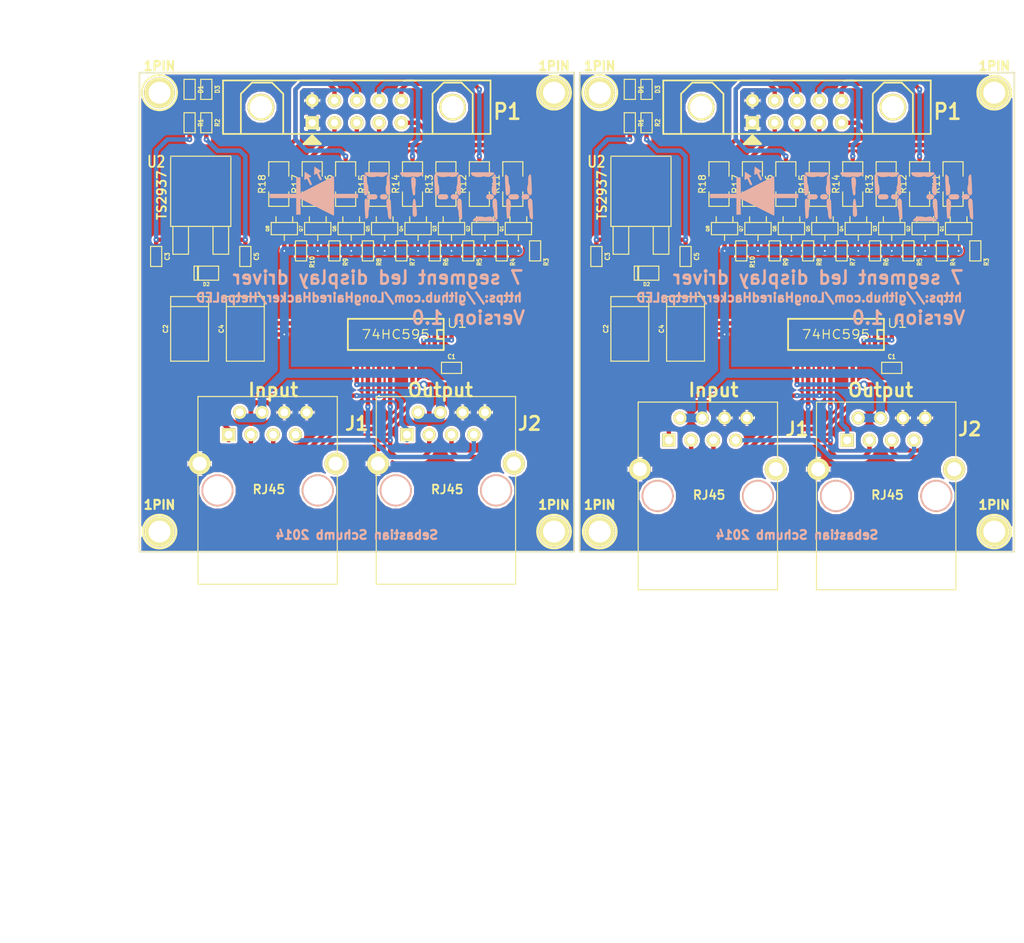
<source format=kicad_pcb>
(kicad_pcb (version 3) (host pcbnew "(2013-may-18)-stable")
  (layers (15 F.Cu signal) (0 B.Cu signal) (18 B.Paste user hide) (19 F.Paste user hide) (20 B.SilkS user) (21 F.SilkS user) (22 B.Mask user hide) (23 F.Mask user hide) (28 Edge.Cuts user))
  (net 0 "")
  (net 1 +24V)
  (net 2 +5V)
  (net 3 Clock)
  (net 4 Data_In)
  (net 5 Data_Out)
  (net 6 Enable)
  (net 7 FET_1)
  (net 8 FET_2)
  (net 9 FET_3)
  (net 10 FET_4)
  (net 11 FET_5)
  (net 12 FET_6)
  (net 13 FET_7)
  (net 14 FET_8)
  (net 15 GND)
  (net 16 N-000001)
  (net 17 N-0000010)
  (net 18 N-0000011)
  (net 19 N-0000021)
  (net 20 N-0000022)
  (net 21 N-0000024)
  (net 22 N-0000026)
  (net 23 N-000003)
  (net 24 N-0000033)
  (net 25 N-0000034)
  (net 26 N-0000036)
  (net 27 N-0000037)
  (net 28 N-000004)
  (net 29 N-0000041)
  (net 30 N-0000042)
  (net 31 N-000005)
  (net 32 N-000007)
  (net 33 N-000009)
  (net 34 Reset)
  (net 35 SEG_1)
  (net 36 SEG_2)
  (net 37 SEG_3)
  (net 38 SEG_4)
  (net 39 SEG_5)
  (net 40 SEG_6)
  (net 41 SEG_7)
  (net 42 SEG_8)
  (module logo_silkbot_30_00mm (layer B.Cu) (at 79.375 48.133)
    (fp_text reference G*** hide)
    (fp_text value logo_silkbot_30_00mm hide)
  )
  (module SM0603 (layer F.Cu) (at 61.595 55.245 270)
    (fp_text reference C5 (at 0 -1.27 270) (layer F.SilkS) (effects (font (size 0.508 0.4572) (thickness 0.1143))))
    (fp_text value 100nF hide)
    (pad 1 smd rect (at -0.762 0 270) (size 0.635 1.143) (layers F.Cu F.Paste F.Mask) (net 2 +5V))
    (pad 2 smd rect (at 0.762 0 270) (size 0.635 1.143) (layers F.Cu F.Paste F.Mask) (net 15 GND))
  )
  (module c_tant_D (layer F.Cu) (at 55.245 63.5 90)
    (fp_text reference C2 (at 0 -2.7305 90) (layer F.SilkS) (effects (font (size 0.50038 0.50038) (thickness 0.11938))))
    (fp_text value 10uF hide)
    (pad 1 smd rect (at 2.99974 0 90) (size 2.55016 2.70002) (layers F.Cu F.Paste F.Mask) (net 1 +24V))
    (pad 2 smd rect (at -2.99974 0 90) (size 2.55016 3.79984) (layers F.Cu F.Paste F.Mask) (net 15 GND))
  )
  (module DPAK2 (layer F.Cu) (at 56.515 53.34)
    (fp_text reference U2 (at -5.08 -8.89) (layer F.SilkS) (effects (font (size 1.27 1.016) (thickness 0.2032))))
    (fp_text value TS2937 (at -4.445 -5.08 90) (layer F.SilkS) (effects (font (size 1.016 1.016) (thickness 0.2032))))
    (pad 1 smd rect (at -2.286 0) (size 1.651 3.048) (layers F.Cu F.Paste F.Mask) (net 1 +24V))
    (pad 2 smd rect (at 0 -6.35) (size 6.096 6.096) (layers F.Cu F.Paste F.Mask) (net 15 GND))
    (pad 3 smd rect (at 2.286 0) (size 1.651 3.048) (layers F.Cu F.Paste F.Mask) (net 2 +5V))
  )
  (module RJ45_MEBP_8-8G (layer F.Cu) (at 84.455 81.915)
    (fp_text reference J2 (at 9.525 -7.62) (layer F.SilkS) (effects (font (size 1.524 1.524) (thickness 0.3048))))
    (fp_text value RJ45 (at 0.14224 -0.1016) (layer F.SilkS) (effects (font (size 1.00076 1.00076) (thickness 0.2032))))
    (pad "" np_thru_hole circle (at 5.715 0) (size 3.64998 3.64998) (drill 3.2512) (layers *.Cu *.SilkS *.Mask))
    (pad "" np_thru_hole circle (at -5.715 0) (size 3.64998 3.64998) (drill 3.2512) (layers *.Cu *.SilkS *.Mask))
    (pad 1 thru_hole rect (at -4.445 -6.35) (size 1.50114 1.50114) (drill 0.89916) (layers *.Cu *.Mask F.SilkS) (net 3 Clock))
    (pad 2 thru_hole circle (at -3.175 -8.89) (size 1.50114 1.50114) (drill 0.89916) (layers *.Cu *.Mask F.SilkS) (net 1 +24V))
    (pad 3 thru_hole circle (at -1.905 -6.35) (size 1.50114 1.50114) (drill 0.89916) (layers *.Cu *.Mask F.SilkS) (net 6 Enable))
    (pad 4 thru_hole circle (at -0.635 -8.89) (size 1.50114 1.50114) (drill 0.89916) (layers *.Cu *.Mask F.SilkS) (net 1 +24V))
    (pad 5 thru_hole circle (at 0.635 -6.35) (size 1.50114 1.50114) (drill 0.89916) (layers *.Cu *.Mask F.SilkS) (net 5 Data_Out))
    (pad 6 thru_hole circle (at 1.905 -8.89) (size 1.50114 1.50114) (drill 0.89916) (layers *.Cu *.Mask F.SilkS) (net 15 GND))
    (pad 7 thru_hole circle (at 3.175 -6.35) (size 1.50114 1.50114) (drill 0.89916) (layers *.Cu *.Mask F.SilkS) (net 34 Reset))
    (pad 8 thru_hole circle (at 4.445 -8.89) (size 1.50114 1.50114) (drill 0.89916) (layers *.Cu *.Mask F.SilkS) (net 15 GND))
    (pad 9 thru_hole circle (at -7.745 -3.05) (size 2.5 2.5) (drill 1.6) (layers *.Cu *.Mask F.SilkS) (net 15 GND))
    (pad 10 thru_hole circle (at 7.747 -3.05) (size 2.5 2.5) (drill 1.6) (layers *.Cu *.Mask F.SilkS))
  )
  (module RJ45_MEBP_8-8G (layer F.Cu) (at 64.135 81.915)
    (fp_text reference J1 (at 10.16 -7.62) (layer F.SilkS) (effects (font (size 1.524 1.524) (thickness 0.3048))))
    (fp_text value RJ45 (at 0.14224 -0.1016) (layer F.SilkS) (effects (font (size 1.00076 1.00076) (thickness 0.2032))))
    (pad "" np_thru_hole circle (at 5.715 0) (size 3.64998 3.64998) (drill 3.2512) (layers *.Cu *.SilkS *.Mask))
    (pad "" np_thru_hole circle (at -5.715 0) (size 3.64998 3.64998) (drill 3.2512) (layers *.Cu *.SilkS *.Mask))
    (pad 1 thru_hole rect (at -4.445 -6.35) (size 1.50114 1.50114) (drill 0.89916) (layers *.Cu *.Mask F.SilkS) (net 3 Clock))
    (pad 2 thru_hole circle (at -3.175 -8.89) (size 1.50114 1.50114) (drill 0.89916) (layers *.Cu *.Mask F.SilkS) (net 1 +24V))
    (pad 3 thru_hole circle (at -1.905 -6.35) (size 1.50114 1.50114) (drill 0.89916) (layers *.Cu *.Mask F.SilkS) (net 6 Enable))
    (pad 4 thru_hole circle (at -0.635 -8.89) (size 1.50114 1.50114) (drill 0.89916) (layers *.Cu *.Mask F.SilkS) (net 1 +24V))
    (pad 5 thru_hole circle (at 0.635 -6.35) (size 1.50114 1.50114) (drill 0.89916) (layers *.Cu *.Mask F.SilkS) (net 4 Data_In))
    (pad 6 thru_hole circle (at 1.905 -8.89) (size 1.50114 1.50114) (drill 0.89916) (layers *.Cu *.Mask F.SilkS) (net 15 GND))
    (pad 7 thru_hole circle (at 3.175 -6.35) (size 1.50114 1.50114) (drill 0.89916) (layers *.Cu *.Mask F.SilkS) (net 34 Reset))
    (pad 8 thru_hole circle (at 4.445 -8.89) (size 1.50114 1.50114) (drill 0.89916) (layers *.Cu *.Mask F.SilkS) (net 15 GND))
    (pad 9 thru_hole circle (at -7.745 -3.05) (size 2.5 2.5) (drill 1.6) (layers *.Cu *.Mask F.SilkS) (net 15 GND))
    (pad 10 thru_hole circle (at 7.747 -3.05) (size 2.5 2.5) (drill 1.6) (layers *.Cu *.Mask F.SilkS))
  )
  (module SM0603 (layer F.Cu) (at 71.755 54.61 270)
    (fp_text reference R9 (at 1.27 -1.27 270) (layer F.SilkS) (effects (font (size 0.508 0.4572) (thickness 0.1143))))
    (fp_text value 200 hide)
    (pad 1 smd rect (at -0.762 0 270) (size 0.635 1.143) (layers F.Cu F.Paste F.Mask) (net 26 N-0000036))
    (pad 2 smd rect (at 0.762 0 270) (size 0.635 1.143) (layers F.Cu F.Paste F.Mask) (net 13 FET_7))
  )
  (module SM0603 (layer F.Cu) (at 67.945 54.61 270)
    (fp_text reference R10 (at 1.27 -1.27 270) (layer F.SilkS) (effects (font (size 0.508 0.4572) (thickness 0.1143))))
    (fp_text value 200 hide)
    (pad 1 smd rect (at -0.762 0 270) (size 0.635 1.143) (layers F.Cu F.Paste F.Mask) (net 22 N-0000026))
    (pad 2 smd rect (at 0.762 0 270) (size 0.635 1.143) (layers F.Cu F.Paste F.Mask) (net 14 FET_8))
  )
  (module SM0603 (layer F.Cu) (at 75.565 54.61 270)
    (fp_text reference R8 (at 1.27 -1.27 270) (layer F.SilkS) (effects (font (size 0.508 0.4572) (thickness 0.1143))))
    (fp_text value 200 hide)
    (pad 1 smd rect (at -0.762 0 270) (size 0.635 1.143) (layers F.Cu F.Paste F.Mask) (net 24 N-0000033))
    (pad 2 smd rect (at 0.762 0 270) (size 0.635 1.143) (layers F.Cu F.Paste F.Mask) (net 12 FET_6))
  )
  (module SM0603 (layer F.Cu) (at 85.09 67.945)
    (fp_text reference C1 (at 0 -1.27) (layer F.SilkS) (effects (font (size 0.508 0.4572) (thickness 0.1143))))
    (fp_text value 100n hide)
    (pad 1 smd rect (at -0.762 0) (size 0.635 1.143) (layers F.Cu F.Paste F.Mask) (net 2 +5V))
    (pad 2 smd rect (at 0.762 0) (size 0.635 1.143) (layers F.Cu F.Paste F.Mask) (net 15 GND))
  )
  (module SM0603 (layer F.Cu) (at 55.245 36.195 90)
    (fp_text reference D1 (at 0 1.27 90) (layer F.SilkS) (effects (font (size 0.508 0.4572) (thickness 0.1143))))
    (fp_text value LED hide)
    (pad 1 smd rect (at -0.762 0 90) (size 0.635 1.143) (layers F.Cu F.Paste F.Mask) (net 29 N-0000041))
    (pad 2 smd rect (at 0.762 0 90) (size 0.635 1.143) (layers F.Cu F.Paste F.Mask) (net 15 GND))
  )
  (module SM0603 (layer F.Cu) (at 79.375 54.61 270)
    (fp_text reference R7 (at 1.27 -1.27 270) (layer F.SilkS) (effects (font (size 0.508 0.4572) (thickness 0.1143))))
    (fp_text value 200 hide)
    (pad 1 smd rect (at -0.762 0 270) (size 0.635 1.143) (layers F.Cu F.Paste F.Mask) (net 33 N-000009))
    (pad 2 smd rect (at 0.762 0 270) (size 0.635 1.143) (layers F.Cu F.Paste F.Mask) (net 11 FET_5))
  )
  (module SM0603 (layer F.Cu) (at 55.245 40.005 90)
    (fp_text reference R1 (at 0 1.27 90) (layer F.SilkS) (effects (font (size 0.508 0.4572) (thickness 0.1143))))
    (fp_text value 1k hide)
    (pad 1 smd rect (at -0.762 0 90) (size 0.635 1.143) (layers F.Cu F.Paste F.Mask) (net 1 +24V))
    (pad 2 smd rect (at 0.762 0 90) (size 0.635 1.143) (layers F.Cu F.Paste F.Mask) (net 29 N-0000041))
  )
  (module SM0603 (layer F.Cu) (at 57.15 36.195 90)
    (fp_text reference D3 (at 0 1.27 90) (layer F.SilkS) (effects (font (size 0.508 0.4572) (thickness 0.1143))))
    (fp_text value LED hide)
    (pad 1 smd rect (at -0.762 0 90) (size 0.635 1.143) (layers F.Cu F.Paste F.Mask) (net 30 N-0000042))
    (pad 2 smd rect (at 0.762 0 90) (size 0.635 1.143) (layers F.Cu F.Paste F.Mask) (net 15 GND))
  )
  (module SM0603 (layer F.Cu) (at 83.185 54.61 270)
    (fp_text reference R6 (at 1.27 -1.27 270) (layer F.SilkS) (effects (font (size 0.508 0.4572) (thickness 0.1143))))
    (fp_text value 200 hide)
    (pad 1 smd rect (at -0.762 0 270) (size 0.635 1.143) (layers F.Cu F.Paste F.Mask) (net 16 N-000001))
    (pad 2 smd rect (at 0.762 0 270) (size 0.635 1.143) (layers F.Cu F.Paste F.Mask) (net 10 FET_4))
  )
  (module SM0603 (layer F.Cu) (at 86.995 54.61 270)
    (fp_text reference R5 (at 1.27 -1.27 270) (layer F.SilkS) (effects (font (size 0.508 0.4572) (thickness 0.1143))))
    (fp_text value 200 hide)
    (pad 1 smd rect (at -0.762 0 270) (size 0.635 1.143) (layers F.Cu F.Paste F.Mask) (net 28 N-000004))
    (pad 2 smd rect (at 0.762 0 270) (size 0.635 1.143) (layers F.Cu F.Paste F.Mask) (net 9 FET_3))
  )
  (module SM0603 (layer F.Cu) (at 90.805 54.61 270)
    (fp_text reference R4 (at 1.27 -1.27 270) (layer F.SilkS) (effects (font (size 0.508 0.4572) (thickness 0.1143))))
    (fp_text value 200 hide)
    (pad 1 smd rect (at -0.762 0 270) (size 0.635 1.143) (layers F.Cu F.Paste F.Mask) (net 21 N-0000024))
    (pad 2 smd rect (at 0.762 0 270) (size 0.635 1.143) (layers F.Cu F.Paste F.Mask) (net 8 FET_2))
  )
  (module SM0603 (layer F.Cu) (at 51.435 55.245 270)
    (fp_text reference C3 (at 0 -1.27 270) (layer F.SilkS) (effects (font (size 0.508 0.4572) (thickness 0.1143))))
    (fp_text value 100nF hide)
    (pad 1 smd rect (at -0.762 0 270) (size 0.635 1.143) (layers F.Cu F.Paste F.Mask) (net 1 +24V))
    (pad 2 smd rect (at 0.762 0 270) (size 0.635 1.143) (layers F.Cu F.Paste F.Mask) (net 15 GND))
  )
  (module SM0603 (layer F.Cu) (at 94.615 54.61 270)
    (fp_text reference R3 (at 1.27 -1.27 270) (layer F.SilkS) (effects (font (size 0.508 0.4572) (thickness 0.1143))))
    (fp_text value 200 hide)
    (pad 1 smd rect (at -0.762 0 270) (size 0.635 1.143) (layers F.Cu F.Paste F.Mask) (net 19 N-0000021))
    (pad 2 smd rect (at 0.762 0 270) (size 0.635 1.143) (layers F.Cu F.Paste F.Mask) (net 7 FET_1))
  )
  (module SM0603 (layer F.Cu) (at 57.15 40.005 90)
    (fp_text reference R2 (at 0 1.27 90) (layer F.SilkS) (effects (font (size 0.508 0.4572) (thickness 0.1143))))
    (fp_text value 1k hide)
    (pad 1 smd rect (at -0.762 0 90) (size 0.635 1.143) (layers F.Cu F.Paste F.Mask) (net 2 +5V))
    (pad 2 smd rect (at 0.762 0 90) (size 0.635 1.143) (layers F.Cu F.Paste F.Mask) (net 30 N-0000042))
  )
  (module SM1206 (layer F.Cu) (at 65.405 46.99 90)
    (fp_text reference R18 (at 0 -1.905 90) (layer F.SilkS) (effects (font (size 0.762 0.762) (thickness 0.127))))
    (fp_text value 470 hide)
    (pad 1 smd rect (at -1.651 0 90) (size 1.524 2.032) (layers F.Cu F.Paste F.Mask) (net 27 N-0000037))
    (pad 2 smd rect (at 1.651 0 90) (size 1.524 2.032) (layers F.Cu F.Paste F.Mask) (net 42 SEG_8))
  )
  (module SM1206 (layer F.Cu) (at 92.075 46.99 90)
    (fp_text reference R11 (at 0 -1.905 90) (layer F.SilkS) (effects (font (size 0.762 0.762) (thickness 0.127))))
    (fp_text value 160 hide)
    (pad 1 smd rect (at -1.651 0 90) (size 1.524 2.032) (layers F.Cu F.Paste F.Mask) (net 18 N-0000011))
    (pad 2 smd rect (at 1.651 0 90) (size 1.524 2.032) (layers F.Cu F.Paste F.Mask) (net 35 SEG_1))
  )
  (module SM1206 (layer F.Cu) (at 88.265 46.99 90)
    (fp_text reference R12 (at 0 -1.905 90) (layer F.SilkS) (effects (font (size 0.762 0.762) (thickness 0.127))))
    (fp_text value 160 hide)
    (pad 1 smd rect (at -1.651 0 90) (size 1.524 2.032) (layers F.Cu F.Paste F.Mask) (net 20 N-0000022))
    (pad 2 smd rect (at 1.651 0 90) (size 1.524 2.032) (layers F.Cu F.Paste F.Mask) (net 36 SEG_2))
  )
  (module SM1206 (layer F.Cu) (at 84.455 46.99 90)
    (fp_text reference R13 (at 0 -1.905 90) (layer F.SilkS) (effects (font (size 0.762 0.762) (thickness 0.127))))
    (fp_text value 160 hide)
    (pad 1 smd rect (at -1.651 0 90) (size 1.524 2.032) (layers F.Cu F.Paste F.Mask) (net 23 N-000003))
    (pad 2 smd rect (at 1.651 0 90) (size 1.524 2.032) (layers F.Cu F.Paste F.Mask) (net 37 SEG_3))
  )
  (module SM1206 (layer F.Cu) (at 69.215 46.99 90)
    (fp_text reference R17 (at 0 -1.905 90) (layer F.SilkS) (effects (font (size 0.762 0.762) (thickness 0.127))))
    (fp_text value 470 hide)
    (pad 1 smd rect (at -1.651 0 90) (size 1.524 2.032) (layers F.Cu F.Paste F.Mask) (net 25 N-0000034))
    (pad 2 smd rect (at 1.651 0 90) (size 1.524 2.032) (layers F.Cu F.Paste F.Mask) (net 41 SEG_7))
  )
  (module SM1206 (layer F.Cu) (at 76.835 46.99 90)
    (fp_text reference R15 (at 0 -1.905 90) (layer F.SilkS) (effects (font (size 0.762 0.762) (thickness 0.127))))
    (fp_text value 160 hide)
    (pad 1 smd rect (at -1.651 0 90) (size 1.524 2.032) (layers F.Cu F.Paste F.Mask) (net 32 N-000007))
    (pad 2 smd rect (at 1.651 0 90) (size 1.524 2.032) (layers F.Cu F.Paste F.Mask) (net 39 SEG_5))
  )
  (module SM1206 (layer F.Cu) (at 73.025 46.99 90)
    (fp_text reference R16 (at 0 -1.905 90) (layer F.SilkS) (effects (font (size 0.762 0.762) (thickness 0.127))))
    (fp_text value 160 hide)
    (pad 1 smd rect (at -1.651 0 90) (size 1.524 2.032) (layers F.Cu F.Paste F.Mask) (net 17 N-0000010))
    (pad 2 smd rect (at 1.651 0 90) (size 1.524 2.032) (layers F.Cu F.Paste F.Mask) (net 40 SEG_6))
  )
  (module SM1206 (layer F.Cu) (at 80.645 46.99 90)
    (fp_text reference R14 (at 0 -1.905 90) (layer F.SilkS) (effects (font (size 0.762 0.762) (thickness 0.127))))
    (fp_text value 160 hide)
    (pad 1 smd rect (at -1.651 0 90) (size 1.524 2.032) (layers F.Cu F.Paste F.Mask) (net 31 N-000005))
    (pad 2 smd rect (at 1.651 0 90) (size 1.524 2.032) (layers F.Cu F.Paste F.Mask) (net 38 SEG_4))
  )
  (module SO16E (layer F.Cu) (at 78.74 64.135 180)
    (fp_text reference U1 (at -6.985 1.27 180) (layer F.SilkS) (effects (font (size 1.016 1.143) (thickness 0.127))))
    (fp_text value 74HC595 (at 0 0 180) (layer F.SilkS) (effects (font (size 1.016 1.143) (thickness 0.127))))
    (pad 1 smd rect (at -4.445 2.54 180) (size 0.508 1.143) (layers F.Cu F.Paste F.Mask) (net 8 FET_2))
    (pad 2 smd rect (at -3.175 2.54 180) (size 0.508 1.143) (layers F.Cu F.Paste F.Mask) (net 9 FET_3))
    (pad 3 smd rect (at -1.905 2.54 180) (size 0.508 1.143) (layers F.Cu F.Paste F.Mask) (net 10 FET_4))
    (pad 4 smd rect (at -0.635 2.54 180) (size 0.508 1.143) (layers F.Cu F.Paste F.Mask) (net 11 FET_5))
    (pad 5 smd rect (at 0.635 2.54 180) (size 0.508 1.143) (layers F.Cu F.Paste F.Mask) (net 12 FET_6))
    (pad 6 smd rect (at 1.905 2.54 180) (size 0.508 1.143) (layers F.Cu F.Paste F.Mask) (net 13 FET_7))
    (pad 7 smd rect (at 3.175 2.54 180) (size 0.508 1.143) (layers F.Cu F.Paste F.Mask) (net 14 FET_8))
    (pad 8 smd rect (at 4.445 2.54 180) (size 0.508 1.143) (layers F.Cu F.Paste F.Mask) (net 15 GND))
    (pad 9 smd rect (at 4.445 -2.54 180) (size 0.508 1.143) (layers F.Cu F.Paste F.Mask) (net 5 Data_Out))
    (pad 10 smd rect (at 3.175 -2.54 180) (size 0.508 1.143) (layers F.Cu F.Paste F.Mask) (net 34 Reset))
    (pad 11 smd rect (at 1.905 -2.54 180) (size 0.508 1.143) (layers F.Cu F.Paste F.Mask) (net 3 Clock))
    (pad 12 smd rect (at 0.635 -2.54 180) (size 0.508 1.143) (layers F.Cu F.Paste F.Mask) (net 6 Enable))
    (pad 13 smd rect (at -0.635 -2.54 180) (size 0.508 1.143) (layers F.Cu F.Paste F.Mask) (net 15 GND))
    (pad 14 smd rect (at -1.905 -2.54 180) (size 0.508 1.143) (layers F.Cu F.Paste F.Mask) (net 4 Data_In))
    (pad 15 smd rect (at -3.175 -2.54 180) (size 0.508 1.143) (layers F.Cu F.Paste F.Mask) (net 7 FET_1))
    (pad 16 smd rect (at -4.445 -2.54 180) (size 0.508 1.143) (layers F.Cu F.Paste F.Mask) (net 2 +5V))
  )
  (module sod123 (layer F.Cu) (at 57.15 57.15 180)
    (fp_text reference D2 (at 0 -1.27 180) (layer F.SilkS) (effects (font (size 0.39878 0.39878) (thickness 0.09906))))
    (fp_text value BAT42W hide)
    (pad 2 smd rect (at 1.67386 0 180) (size 0.8509 0.8509) (layers F.Cu F.Paste F.Mask) (net 1 +24V))
    (pad 1 smd rect (at -1.67386 0 180) (size 0.8509 0.8509) (layers F.Cu F.Paste F.Mask) (net 2 +5V))
  )
  (module sot23 (layer F.Cu) (at 77.47 52.07 180)
    (fp_text reference Q5 (at 1.905 0 270) (layer F.SilkS) (effects (font (size 0.35 0.35) (thickness 0.0875))))
    (fp_text value NDS355 hide)
    (pad 1 smd rect (at -0.9525 1.05664 180) (size 0.59944 1.00076) (layers F.Cu F.Paste F.Mask) (net 33 N-000009))
    (pad 2 smd rect (at 0 -1.05664 180) (size 0.59944 1.00076) (layers F.Cu F.Paste F.Mask) (net 1 +24V))
    (pad 3 smd rect (at 0.9525 1.05664 180) (size 0.59944 1.00076) (layers F.Cu F.Paste F.Mask) (net 32 N-000007))
  )
  (module sot23 (layer F.Cu) (at 81.28 52.07 180)
    (fp_text reference Q4 (at 1.905 0 270) (layer F.SilkS) (effects (font (size 0.35 0.35) (thickness 0.0875))))
    (fp_text value NDS355 hide)
    (pad 1 smd rect (at -0.9525 1.05664 180) (size 0.59944 1.00076) (layers F.Cu F.Paste F.Mask) (net 16 N-000001))
    (pad 2 smd rect (at 0 -1.05664 180) (size 0.59944 1.00076) (layers F.Cu F.Paste F.Mask) (net 1 +24V))
    (pad 3 smd rect (at 0.9525 1.05664 180) (size 0.59944 1.00076) (layers F.Cu F.Paste F.Mask) (net 31 N-000005))
  )
  (module sot23 (layer F.Cu) (at 85.09 52.07 180)
    (fp_text reference Q3 (at 1.905 0 270) (layer F.SilkS) (effects (font (size 0.35 0.35) (thickness 0.0875))))
    (fp_text value NDS355 hide)
    (pad 1 smd rect (at -0.9525 1.05664 180) (size 0.59944 1.00076) (layers F.Cu F.Paste F.Mask) (net 28 N-000004))
    (pad 2 smd rect (at 0 -1.05664 180) (size 0.59944 1.00076) (layers F.Cu F.Paste F.Mask) (net 1 +24V))
    (pad 3 smd rect (at 0.9525 1.05664 180) (size 0.59944 1.00076) (layers F.Cu F.Paste F.Mask) (net 23 N-000003))
  )
  (module sot23 (layer F.Cu) (at 66.04 52.07 180)
    (fp_text reference Q8 (at 1.905 0 270) (layer F.SilkS) (effects (font (size 0.35 0.35) (thickness 0.0875))))
    (fp_text value NDS355 hide)
    (pad 1 smd rect (at -0.9525 1.05664 180) (size 0.59944 1.00076) (layers F.Cu F.Paste F.Mask) (net 22 N-0000026))
    (pad 2 smd rect (at 0 -1.05664 180) (size 0.59944 1.00076) (layers F.Cu F.Paste F.Mask) (net 1 +24V))
    (pad 3 smd rect (at 0.9525 1.05664 180) (size 0.59944 1.00076) (layers F.Cu F.Paste F.Mask) (net 27 N-0000037))
  )
  (module sot23 (layer F.Cu) (at 88.9 52.07 180)
    (fp_text reference Q2 (at 1.905 0 270) (layer F.SilkS) (effects (font (size 0.35 0.35) (thickness 0.0875))))
    (fp_text value NDS355 hide)
    (pad 1 smd rect (at -0.9525 1.05664 180) (size 0.59944 1.00076) (layers F.Cu F.Paste F.Mask) (net 21 N-0000024))
    (pad 2 smd rect (at 0 -1.05664 180) (size 0.59944 1.00076) (layers F.Cu F.Paste F.Mask) (net 1 +24V))
    (pad 3 smd rect (at 0.9525 1.05664 180) (size 0.59944 1.00076) (layers F.Cu F.Paste F.Mask) (net 20 N-0000022))
  )
  (module sot23 (layer F.Cu) (at 73.66 52.07 180)
    (fp_text reference Q6 (at 1.905 0 270) (layer F.SilkS) (effects (font (size 0.35 0.35) (thickness 0.0875))))
    (fp_text value NDS355 hide)
    (pad 1 smd rect (at -0.9525 1.05664 180) (size 0.59944 1.00076) (layers F.Cu F.Paste F.Mask) (net 24 N-0000033))
    (pad 2 smd rect (at 0 -1.05664 180) (size 0.59944 1.00076) (layers F.Cu F.Paste F.Mask) (net 1 +24V))
    (pad 3 smd rect (at 0.9525 1.05664 180) (size 0.59944 1.00076) (layers F.Cu F.Paste F.Mask) (net 17 N-0000010))
  )
  (module sot23 (layer F.Cu) (at 92.71 52.07 180)
    (fp_text reference Q1 (at 1.905 0 270) (layer F.SilkS) (effects (font (size 0.35 0.35) (thickness 0.0875))))
    (fp_text value NDS355 hide)
    (pad 1 smd rect (at -0.9525 1.05664 180) (size 0.59944 1.00076) (layers F.Cu F.Paste F.Mask) (net 19 N-0000021))
    (pad 2 smd rect (at 0 -1.05664 180) (size 0.59944 1.00076) (layers F.Cu F.Paste F.Mask) (net 1 +24V))
    (pad 3 smd rect (at 0.9525 1.05664 180) (size 0.59944 1.00076) (layers F.Cu F.Paste F.Mask) (net 18 N-0000011))
  )
  (module sot23 (layer F.Cu) (at 69.85 52.07 180)
    (fp_text reference Q7 (at 1.905 0 270) (layer F.SilkS) (effects (font (size 0.35 0.35) (thickness 0.0875))))
    (fp_text value NDS355 hide)
    (pad 1 smd rect (at -0.9525 1.05664 180) (size 0.59944 1.00076) (layers F.Cu F.Paste F.Mask) (net 26 N-0000036))
    (pad 2 smd rect (at 0 -1.05664 180) (size 0.59944 1.00076) (layers F.Cu F.Paste F.Mask) (net 1 +24V))
    (pad 3 smd rect (at 0.9525 1.05664 180) (size 0.59944 1.00076) (layers F.Cu F.Paste F.Mask) (net 25 N-0000034))
  )
  (module c_tant_D (layer F.Cu) (at 61.595 63.5 90)
    (fp_text reference C4 (at 0 -2.7305 90) (layer F.SilkS) (effects (font (size 0.50038 0.50038) (thickness 0.11938))))
    (fp_text value 10uF hide)
    (pad 1 smd rect (at 2.99974 0 90) (size 2.55016 2.70002) (layers F.Cu F.Paste F.Mask) (net 2 +5V))
    (pad 2 smd rect (at -2.99974 0 90) (size 2.55016 3.79984) (layers F.Cu F.Paste F.Mask) (net 15 GND))
  )
  (module HE10-10C (layer F.Cu) (at 74.295 38.735 180)
    (fp_text reference P1 (at -17.145 0 360) (layer F.SilkS) (effects (font (size 1.77546 1.5875) (thickness 0.3048))))
    (fp_text value HE10-10 hide)
    (pad 0 thru_hole circle (at -10.922 0.508 180) (size 3.048 3.048) (drill 2.54) (layers *.Cu *.Mask F.SilkS))
    (pad 0 thru_hole circle (at 10.922 0.508 180) (size 3.048 3.048) (drill 2.54) (layers *.Cu *.Mask F.SilkS))
    (pad 1 thru_hole rect (at 5.08 -1.27 180) (size 1.524 1.524) (drill 0.8128) (layers *.Cu *.Mask F.SilkS) (net 15 GND))
    (pad 2 thru_hole circle (at 5.08 1.27 180) (size 1.524 1.524) (drill 0.8128) (layers *.Cu *.Mask F.SilkS) (net 15 GND))
    (pad 3 thru_hole circle (at 2.54 -1.27 180) (size 1.524 1.524) (drill 0.8128) (layers *.Cu *.Mask F.SilkS) (net 41 SEG_7))
    (pad 4 thru_hole circle (at 2.54 1.27 180) (size 1.524 1.524) (drill 0.8128) (layers *.Cu *.Mask F.SilkS) (net 42 SEG_8))
    (pad 5 thru_hole circle (at 0 -1.27 180) (size 1.524 1.524) (drill 0.8128) (layers *.Cu *.Mask F.SilkS) (net 39 SEG_5))
    (pad 6 thru_hole circle (at 0 1.27 180) (size 1.524 1.524) (drill 0.8128) (layers *.Cu *.Mask F.SilkS) (net 40 SEG_6))
    (pad 7 thru_hole circle (at -2.54 -1.27 180) (size 1.524 1.524) (drill 0.8128) (layers *.Cu *.Mask F.SilkS) (net 37 SEG_3))
    (pad 8 thru_hole circle (at -2.54 1.27 180) (size 1.524 1.524) (drill 0.8128) (layers *.Cu *.Mask F.SilkS) (net 38 SEG_4))
    (pad 9 thru_hole circle (at -5.08 -1.27 180) (size 1.524 1.524) (drill 0.8128) (layers *.Cu *.Mask F.SilkS) (net 35 SEG_1))
    (pad 10 thru_hole circle (at -5.08 1.27 180) (size 1.524 1.524) (drill 0.8128) (layers *.Cu *.Mask F.SilkS) (net 36 SEG_2))
  )
  (module 1pin (layer F.Cu) (at 96.774 36.576)
    (fp_text reference 1PIN (at 0 -3.048) (layer F.SilkS) (effects (font (size 1.016 1.016) (thickness 0.254))))
    (fp_text value P*** hide)
    (pad 1 thru_hole circle (at 0 0) (size 3.5 3.5) (drill 2.5) (layers *.Cu *.Mask F.SilkS))
  )
  (module 1pin (layer F.Cu) (at 96.774 86.614)
    (fp_text reference 1PIN (at 0 -3.048) (layer F.SilkS) (effects (font (size 1.016 1.016) (thickness 0.254))))
    (fp_text value P*** hide)
    (pad 1 thru_hole circle (at 0 0) (size 3.5 3.5) (drill 2.5) (layers *.Cu *.Mask F.SilkS))
  )
  (module 1pin (layer F.Cu) (at 51.816 86.614)
    (fp_text reference 1PIN (at 0 -3.048) (layer F.SilkS) (effects (font (size 1.016 1.016) (thickness 0.254))))
    (fp_text value P*** hide)
    (pad 1 thru_hole circle (at 0 0) (size 3.5 3.5) (drill 2.5) (layers *.Cu *.Mask F.SilkS))
  )
  (module 1pin (layer F.Cu) (at 51.816 36.576)
    (fp_text reference 1PIN (at 0 -3.048) (layer F.SilkS) (effects (font (size 1.016 1.016) (thickness 0.254))))
    (fp_text value P*** hide)
    (pad 1 thru_hole circle (at 0 0) (size 3.5 3.5) (drill 2.5) (layers *.Cu *.Mask F.SilkS))
  )
  (module 1pin (layer F.Cu) (at 101.981 36.576)
    (fp_text reference 1PIN (at 0 -3.048) (layer F.SilkS) (effects (font (size 1.016 1.016) (thickness 0.254))))
    (fp_text value P*** hide)
    (pad 1 thru_hole circle (at 0 0) (size 3.5 3.5) (drill 2.5) (layers *.Cu *.Mask F.SilkS))
  )
  (module 1pin (layer F.Cu) (at 101.981 86.614)
    (fp_text reference 1PIN (at 0 -3.048) (layer F.SilkS) (effects (font (size 1.016 1.016) (thickness 0.254))))
    (fp_text value P*** hide)
    (pad 1 thru_hole circle (at 0 0) (size 3.5 3.5) (drill 2.5) (layers *.Cu *.Mask F.SilkS))
  )
  (module 1pin (layer F.Cu) (at 146.939 86.614)
    (fp_text reference 1PIN (at 0 -3.048) (layer F.SilkS) (effects (font (size 1.016 1.016) (thickness 0.254))))
    (fp_text value P*** hide)
    (pad 1 thru_hole circle (at 0 0) (size 3.5 3.5) (drill 2.5) (layers *.Cu *.Mask F.SilkS))
  )
  (module 1pin (layer F.Cu) (at 146.939 36.576)
    (fp_text reference 1PIN (at 0 -3.048) (layer F.SilkS) (effects (font (size 1.016 1.016) (thickness 0.254))))
    (fp_text value P*** hide)
    (pad 1 thru_hole circle (at 0 0) (size 3.5 3.5) (drill 2.5) (layers *.Cu *.Mask F.SilkS))
  )
  (module HE10-10C (layer F.Cu) (at 124.46 38.735 180)
    (fp_text reference P1 (at -17.145 0 360) (layer F.SilkS) (effects (font (size 1.77546 1.5875) (thickness 0.3048))))
    (fp_text value HE10-10 hide)
    (pad 0 thru_hole circle (at -10.922 0.508 180) (size 3.048 3.048) (drill 2.54) (layers *.Cu *.Mask F.SilkS))
    (pad 0 thru_hole circle (at 10.922 0.508 180) (size 3.048 3.048) (drill 2.54) (layers *.Cu *.Mask F.SilkS))
    (pad 1 thru_hole rect (at 5.08 -1.27 180) (size 1.524 1.524) (drill 0.8128) (layers *.Cu *.Mask F.SilkS) (net 15 GND))
    (pad 2 thru_hole circle (at 5.08 1.27 180) (size 1.524 1.524) (drill 0.8128) (layers *.Cu *.Mask F.SilkS) (net 15 GND))
    (pad 3 thru_hole circle (at 2.54 -1.27 180) (size 1.524 1.524) (drill 0.8128) (layers *.Cu *.Mask F.SilkS) (net 41 SEG_7))
    (pad 4 thru_hole circle (at 2.54 1.27 180) (size 1.524 1.524) (drill 0.8128) (layers *.Cu *.Mask F.SilkS) (net 42 SEG_8))
    (pad 5 thru_hole circle (at 0 -1.27 180) (size 1.524 1.524) (drill 0.8128) (layers *.Cu *.Mask F.SilkS) (net 39 SEG_5))
    (pad 6 thru_hole circle (at 0 1.27 180) (size 1.524 1.524) (drill 0.8128) (layers *.Cu *.Mask F.SilkS) (net 40 SEG_6))
    (pad 7 thru_hole circle (at -2.54 -1.27 180) (size 1.524 1.524) (drill 0.8128) (layers *.Cu *.Mask F.SilkS) (net 37 SEG_3))
    (pad 8 thru_hole circle (at -2.54 1.27 180) (size 1.524 1.524) (drill 0.8128) (layers *.Cu *.Mask F.SilkS) (net 38 SEG_4))
    (pad 9 thru_hole circle (at -5.08 -1.27 180) (size 1.524 1.524) (drill 0.8128) (layers *.Cu *.Mask F.SilkS) (net 35 SEG_1))
    (pad 10 thru_hole circle (at -5.08 1.27 180) (size 1.524 1.524) (drill 0.8128) (layers *.Cu *.Mask F.SilkS) (net 36 SEG_2))
  )
  (module c_tant_D (layer F.Cu) (at 111.76 63.5 90)
    (fp_text reference C4 (at 0 -2.7305 90) (layer F.SilkS) (effects (font (size 0.50038 0.50038) (thickness 0.11938))))
    (fp_text value 10uF hide)
    (pad 1 smd rect (at 2.99974 0 90) (size 2.55016 2.70002) (layers F.Cu F.Paste F.Mask) (net 2 +5V))
    (pad 2 smd rect (at -2.99974 0 90) (size 2.55016 3.79984) (layers F.Cu F.Paste F.Mask) (net 15 GND))
  )
  (module sot23 (layer F.Cu) (at 120.015 52.07 180)
    (fp_text reference Q7 (at 1.905 0 270) (layer F.SilkS) (effects (font (size 0.35 0.35) (thickness 0.0875))))
    (fp_text value NDS355 hide)
    (pad 1 smd rect (at -0.9525 1.05664 180) (size 0.59944 1.00076) (layers F.Cu F.Paste F.Mask) (net 26 N-0000036))
    (pad 2 smd rect (at 0 -1.05664 180) (size 0.59944 1.00076) (layers F.Cu F.Paste F.Mask) (net 1 +24V))
    (pad 3 smd rect (at 0.9525 1.05664 180) (size 0.59944 1.00076) (layers F.Cu F.Paste F.Mask) (net 25 N-0000034))
  )
  (module sot23 (layer F.Cu) (at 142.875 52.07 180)
    (fp_text reference Q1 (at 1.905 0 270) (layer F.SilkS) (effects (font (size 0.35 0.35) (thickness 0.0875))))
    (fp_text value NDS355 hide)
    (pad 1 smd rect (at -0.9525 1.05664 180) (size 0.59944 1.00076) (layers F.Cu F.Paste F.Mask) (net 19 N-0000021))
    (pad 2 smd rect (at 0 -1.05664 180) (size 0.59944 1.00076) (layers F.Cu F.Paste F.Mask) (net 1 +24V))
    (pad 3 smd rect (at 0.9525 1.05664 180) (size 0.59944 1.00076) (layers F.Cu F.Paste F.Mask) (net 18 N-0000011))
  )
  (module sot23 (layer F.Cu) (at 123.825 52.07 180)
    (fp_text reference Q6 (at 1.905 0 270) (layer F.SilkS) (effects (font (size 0.35 0.35) (thickness 0.0875))))
    (fp_text value NDS355 hide)
    (pad 1 smd rect (at -0.9525 1.05664 180) (size 0.59944 1.00076) (layers F.Cu F.Paste F.Mask) (net 24 N-0000033))
    (pad 2 smd rect (at 0 -1.05664 180) (size 0.59944 1.00076) (layers F.Cu F.Paste F.Mask) (net 1 +24V))
    (pad 3 smd rect (at 0.9525 1.05664 180) (size 0.59944 1.00076) (layers F.Cu F.Paste F.Mask) (net 17 N-0000010))
  )
  (module sot23 (layer F.Cu) (at 139.065 52.07 180)
    (fp_text reference Q2 (at 1.905 0 270) (layer F.SilkS) (effects (font (size 0.35 0.35) (thickness 0.0875))))
    (fp_text value NDS355 hide)
    (pad 1 smd rect (at -0.9525 1.05664 180) (size 0.59944 1.00076) (layers F.Cu F.Paste F.Mask) (net 21 N-0000024))
    (pad 2 smd rect (at 0 -1.05664 180) (size 0.59944 1.00076) (layers F.Cu F.Paste F.Mask) (net 1 +24V))
    (pad 3 smd rect (at 0.9525 1.05664 180) (size 0.59944 1.00076) (layers F.Cu F.Paste F.Mask) (net 20 N-0000022))
  )
  (module sot23 (layer F.Cu) (at 116.205 52.07 180)
    (fp_text reference Q8 (at 1.905 0 270) (layer F.SilkS) (effects (font (size 0.35 0.35) (thickness 0.0875))))
    (fp_text value NDS355 hide)
    (pad 1 smd rect (at -0.9525 1.05664 180) (size 0.59944 1.00076) (layers F.Cu F.Paste F.Mask) (net 22 N-0000026))
    (pad 2 smd rect (at 0 -1.05664 180) (size 0.59944 1.00076) (layers F.Cu F.Paste F.Mask) (net 1 +24V))
    (pad 3 smd rect (at 0.9525 1.05664 180) (size 0.59944 1.00076) (layers F.Cu F.Paste F.Mask) (net 27 N-0000037))
  )
  (module sot23 (layer F.Cu) (at 135.255 52.07 180)
    (fp_text reference Q3 (at 1.905 0 270) (layer F.SilkS) (effects (font (size 0.35 0.35) (thickness 0.0875))))
    (fp_text value NDS355 hide)
    (pad 1 smd rect (at -0.9525 1.05664 180) (size 0.59944 1.00076) (layers F.Cu F.Paste F.Mask) (net 28 N-000004))
    (pad 2 smd rect (at 0 -1.05664 180) (size 0.59944 1.00076) (layers F.Cu F.Paste F.Mask) (net 1 +24V))
    (pad 3 smd rect (at 0.9525 1.05664 180) (size 0.59944 1.00076) (layers F.Cu F.Paste F.Mask) (net 23 N-000003))
  )
  (module sot23 (layer F.Cu) (at 131.445 52.07 180)
    (fp_text reference Q4 (at 1.905 0 270) (layer F.SilkS) (effects (font (size 0.35 0.35) (thickness 0.0875))))
    (fp_text value NDS355 hide)
    (pad 1 smd rect (at -0.9525 1.05664 180) (size 0.59944 1.00076) (layers F.Cu F.Paste F.Mask) (net 16 N-000001))
    (pad 2 smd rect (at 0 -1.05664 180) (size 0.59944 1.00076) (layers F.Cu F.Paste F.Mask) (net 1 +24V))
    (pad 3 smd rect (at 0.9525 1.05664 180) (size 0.59944 1.00076) (layers F.Cu F.Paste F.Mask) (net 31 N-000005))
  )
  (module sot23 (layer F.Cu) (at 127.635 52.07 180)
    (fp_text reference Q5 (at 1.905 0 270) (layer F.SilkS) (effects (font (size 0.35 0.35) (thickness 0.0875))))
    (fp_text value NDS355 hide)
    (pad 1 smd rect (at -0.9525 1.05664 180) (size 0.59944 1.00076) (layers F.Cu F.Paste F.Mask) (net 33 N-000009))
    (pad 2 smd rect (at 0 -1.05664 180) (size 0.59944 1.00076) (layers F.Cu F.Paste F.Mask) (net 1 +24V))
    (pad 3 smd rect (at 0.9525 1.05664 180) (size 0.59944 1.00076) (layers F.Cu F.Paste F.Mask) (net 32 N-000007))
  )
  (module sod123 (layer F.Cu) (at 107.315 57.15 180)
    (fp_text reference D2 (at 0 -1.27 180) (layer F.SilkS) (effects (font (size 0.39878 0.39878) (thickness 0.09906))))
    (fp_text value BAT42W hide)
    (pad 2 smd rect (at 1.67386 0 180) (size 0.8509 0.8509) (layers F.Cu F.Paste F.Mask) (net 1 +24V))
    (pad 1 smd rect (at -1.67386 0 180) (size 0.8509 0.8509) (layers F.Cu F.Paste F.Mask) (net 2 +5V))
  )
  (module SO16E (layer F.Cu) (at 128.905 64.135 180)
    (fp_text reference U1 (at -6.985 1.27 180) (layer F.SilkS) (effects (font (size 1.016 1.143) (thickness 0.127))))
    (fp_text value 74HC595 (at 0 0 180) (layer F.SilkS) (effects (font (size 1.016 1.143) (thickness 0.127))))
    (pad 1 smd rect (at -4.445 2.54 180) (size 0.508 1.143) (layers F.Cu F.Paste F.Mask) (net 8 FET_2))
    (pad 2 smd rect (at -3.175 2.54 180) (size 0.508 1.143) (layers F.Cu F.Paste F.Mask) (net 9 FET_3))
    (pad 3 smd rect (at -1.905 2.54 180) (size 0.508 1.143) (layers F.Cu F.Paste F.Mask) (net 10 FET_4))
    (pad 4 smd rect (at -0.635 2.54 180) (size 0.508 1.143) (layers F.Cu F.Paste F.Mask) (net 11 FET_5))
    (pad 5 smd rect (at 0.635 2.54 180) (size 0.508 1.143) (layers F.Cu F.Paste F.Mask) (net 12 FET_6))
    (pad 6 smd rect (at 1.905 2.54 180) (size 0.508 1.143) (layers F.Cu F.Paste F.Mask) (net 13 FET_7))
    (pad 7 smd rect (at 3.175 2.54 180) (size 0.508 1.143) (layers F.Cu F.Paste F.Mask) (net 14 FET_8))
    (pad 8 smd rect (at 4.445 2.54 180) (size 0.508 1.143) (layers F.Cu F.Paste F.Mask) (net 15 GND))
    (pad 9 smd rect (at 4.445 -2.54 180) (size 0.508 1.143) (layers F.Cu F.Paste F.Mask) (net 5 Data_Out))
    (pad 10 smd rect (at 3.175 -2.54 180) (size 0.508 1.143) (layers F.Cu F.Paste F.Mask) (net 34 Reset))
    (pad 11 smd rect (at 1.905 -2.54 180) (size 0.508 1.143) (layers F.Cu F.Paste F.Mask) (net 3 Clock))
    (pad 12 smd rect (at 0.635 -2.54 180) (size 0.508 1.143) (layers F.Cu F.Paste F.Mask) (net 6 Enable))
    (pad 13 smd rect (at -0.635 -2.54 180) (size 0.508 1.143) (layers F.Cu F.Paste F.Mask) (net 15 GND))
    (pad 14 smd rect (at -1.905 -2.54 180) (size 0.508 1.143) (layers F.Cu F.Paste F.Mask) (net 4 Data_In))
    (pad 15 smd rect (at -3.175 -2.54 180) (size 0.508 1.143) (layers F.Cu F.Paste F.Mask) (net 7 FET_1))
    (pad 16 smd rect (at -4.445 -2.54 180) (size 0.508 1.143) (layers F.Cu F.Paste F.Mask) (net 2 +5V))
  )
  (module SM1206 (layer F.Cu) (at 130.81 46.99 90)
    (fp_text reference R14 (at 0 -1.905 90) (layer F.SilkS) (effects (font (size 0.762 0.762) (thickness 0.127))))
    (fp_text value 160 hide)
    (pad 1 smd rect (at -1.651 0 90) (size 1.524 2.032) (layers F.Cu F.Paste F.Mask) (net 31 N-000005))
    (pad 2 smd rect (at 1.651 0 90) (size 1.524 2.032) (layers F.Cu F.Paste F.Mask) (net 38 SEG_4))
  )
  (module SM1206 (layer F.Cu) (at 123.19 46.99 90)
    (fp_text reference R16 (at 0 -1.905 90) (layer F.SilkS) (effects (font (size 0.762 0.762) (thickness 0.127))))
    (fp_text value 160 hide)
    (pad 1 smd rect (at -1.651 0 90) (size 1.524 2.032) (layers F.Cu F.Paste F.Mask) (net 17 N-0000010))
    (pad 2 smd rect (at 1.651 0 90) (size 1.524 2.032) (layers F.Cu F.Paste F.Mask) (net 40 SEG_6))
  )
  (module SM1206 (layer F.Cu) (at 127 46.99 90)
    (fp_text reference R15 (at 0 -1.905 90) (layer F.SilkS) (effects (font (size 0.762 0.762) (thickness 0.127))))
    (fp_text value 160 hide)
    (pad 1 smd rect (at -1.651 0 90) (size 1.524 2.032) (layers F.Cu F.Paste F.Mask) (net 32 N-000007))
    (pad 2 smd rect (at 1.651 0 90) (size 1.524 2.032) (layers F.Cu F.Paste F.Mask) (net 39 SEG_5))
  )
  (module SM1206 (layer F.Cu) (at 119.38 46.99 90)
    (fp_text reference R17 (at 0 -1.905 90) (layer F.SilkS) (effects (font (size 0.762 0.762) (thickness 0.127))))
    (fp_text value 470 hide)
    (pad 1 smd rect (at -1.651 0 90) (size 1.524 2.032) (layers F.Cu F.Paste F.Mask) (net 25 N-0000034))
    (pad 2 smd rect (at 1.651 0 90) (size 1.524 2.032) (layers F.Cu F.Paste F.Mask) (net 41 SEG_7))
  )
  (module SM1206 (layer F.Cu) (at 134.62 46.99 90)
    (fp_text reference R13 (at 0 -1.905 90) (layer F.SilkS) (effects (font (size 0.762 0.762) (thickness 0.127))))
    (fp_text value 160 hide)
    (pad 1 smd rect (at -1.651 0 90) (size 1.524 2.032) (layers F.Cu F.Paste F.Mask) (net 23 N-000003))
    (pad 2 smd rect (at 1.651 0 90) (size 1.524 2.032) (layers F.Cu F.Paste F.Mask) (net 37 SEG_3))
  )
  (module SM1206 (layer F.Cu) (at 138.43 46.99 90)
    (fp_text reference R12 (at 0 -1.905 90) (layer F.SilkS) (effects (font (size 0.762 0.762) (thickness 0.127))))
    (fp_text value 160 hide)
    (pad 1 smd rect (at -1.651 0 90) (size 1.524 2.032) (layers F.Cu F.Paste F.Mask) (net 20 N-0000022))
    (pad 2 smd rect (at 1.651 0 90) (size 1.524 2.032) (layers F.Cu F.Paste F.Mask) (net 36 SEG_2))
  )
  (module SM1206 (layer F.Cu) (at 142.24 46.99 90)
    (fp_text reference R11 (at 0 -1.905 90) (layer F.SilkS) (effects (font (size 0.762 0.762) (thickness 0.127))))
    (fp_text value 160 hide)
    (pad 1 smd rect (at -1.651 0 90) (size 1.524 2.032) (layers F.Cu F.Paste F.Mask) (net 18 N-0000011))
    (pad 2 smd rect (at 1.651 0 90) (size 1.524 2.032) (layers F.Cu F.Paste F.Mask) (net 35 SEG_1))
  )
  (module SM1206 (layer F.Cu) (at 115.57 46.99 90)
    (fp_text reference R18 (at 0 -1.905 90) (layer F.SilkS) (effects (font (size 0.762 0.762) (thickness 0.127))))
    (fp_text value 470 hide)
    (pad 1 smd rect (at -1.651 0 90) (size 1.524 2.032) (layers F.Cu F.Paste F.Mask) (net 27 N-0000037))
    (pad 2 smd rect (at 1.651 0 90) (size 1.524 2.032) (layers F.Cu F.Paste F.Mask) (net 42 SEG_8))
  )
  (module SM0603 (layer F.Cu) (at 107.315 40.005 90)
    (fp_text reference R2 (at 0 1.27 90) (layer F.SilkS) (effects (font (size 0.508 0.4572) (thickness 0.1143))))
    (fp_text value 1k hide)
    (pad 1 smd rect (at -0.762 0 90) (size 0.635 1.143) (layers F.Cu F.Paste F.Mask) (net 2 +5V))
    (pad 2 smd rect (at 0.762 0 90) (size 0.635 1.143) (layers F.Cu F.Paste F.Mask) (net 30 N-0000042))
  )
  (module SM0603 (layer F.Cu) (at 144.78 54.61 270)
    (fp_text reference R3 (at 1.27 -1.27 270) (layer F.SilkS) (effects (font (size 0.508 0.4572) (thickness 0.1143))))
    (fp_text value 200 hide)
    (pad 1 smd rect (at -0.762 0 270) (size 0.635 1.143) (layers F.Cu F.Paste F.Mask) (net 19 N-0000021))
    (pad 2 smd rect (at 0.762 0 270) (size 0.635 1.143) (layers F.Cu F.Paste F.Mask) (net 7 FET_1))
  )
  (module SM0603 (layer F.Cu) (at 101.6 55.245 270)
    (fp_text reference C3 (at 0 -1.27 270) (layer F.SilkS) (effects (font (size 0.508 0.4572) (thickness 0.1143))))
    (fp_text value 100nF hide)
    (pad 1 smd rect (at -0.762 0 270) (size 0.635 1.143) (layers F.Cu F.Paste F.Mask) (net 1 +24V))
    (pad 2 smd rect (at 0.762 0 270) (size 0.635 1.143) (layers F.Cu F.Paste F.Mask) (net 15 GND))
  )
  (module SM0603 (layer F.Cu) (at 140.97 54.61 270)
    (fp_text reference R4 (at 1.27 -1.27 270) (layer F.SilkS) (effects (font (size 0.508 0.4572) (thickness 0.1143))))
    (fp_text value 200 hide)
    (pad 1 smd rect (at -0.762 0 270) (size 0.635 1.143) (layers F.Cu F.Paste F.Mask) (net 21 N-0000024))
    (pad 2 smd rect (at 0.762 0 270) (size 0.635 1.143) (layers F.Cu F.Paste F.Mask) (net 8 FET_2))
  )
  (module SM0603 (layer F.Cu) (at 137.16 54.61 270)
    (fp_text reference R5 (at 1.27 -1.27 270) (layer F.SilkS) (effects (font (size 0.508 0.4572) (thickness 0.1143))))
    (fp_text value 200 hide)
    (pad 1 smd rect (at -0.762 0 270) (size 0.635 1.143) (layers F.Cu F.Paste F.Mask) (net 28 N-000004))
    (pad 2 smd rect (at 0.762 0 270) (size 0.635 1.143) (layers F.Cu F.Paste F.Mask) (net 9 FET_3))
  )
  (module SM0603 (layer F.Cu) (at 133.35 54.61 270)
    (fp_text reference R6 (at 1.27 -1.27 270) (layer F.SilkS) (effects (font (size 0.508 0.4572) (thickness 0.1143))))
    (fp_text value 200 hide)
    (pad 1 smd rect (at -0.762 0 270) (size 0.635 1.143) (layers F.Cu F.Paste F.Mask) (net 16 N-000001))
    (pad 2 smd rect (at 0.762 0 270) (size 0.635 1.143) (layers F.Cu F.Paste F.Mask) (net 10 FET_4))
  )
  (module SM0603 (layer F.Cu) (at 107.315 36.195 90)
    (fp_text reference D3 (at 0 1.27 90) (layer F.SilkS) (effects (font (size 0.508 0.4572) (thickness 0.1143))))
    (fp_text value LED hide)
    (pad 1 smd rect (at -0.762 0 90) (size 0.635 1.143) (layers F.Cu F.Paste F.Mask) (net 30 N-0000042))
    (pad 2 smd rect (at 0.762 0 90) (size 0.635 1.143) (layers F.Cu F.Paste F.Mask) (net 15 GND))
  )
  (module SM0603 (layer F.Cu) (at 105.41 40.005 90)
    (fp_text reference R1 (at 0 1.27 90) (layer F.SilkS) (effects (font (size 0.508 0.4572) (thickness 0.1143))))
    (fp_text value 1k hide)
    (pad 1 smd rect (at -0.762 0 90) (size 0.635 1.143) (layers F.Cu F.Paste F.Mask) (net 1 +24V))
    (pad 2 smd rect (at 0.762 0 90) (size 0.635 1.143) (layers F.Cu F.Paste F.Mask) (net 29 N-0000041))
  )
  (module SM0603 (layer F.Cu) (at 129.54 54.61 270)
    (fp_text reference R7 (at 1.27 -1.27 270) (layer F.SilkS) (effects (font (size 0.508 0.4572) (thickness 0.1143))))
    (fp_text value 200 hide)
    (pad 1 smd rect (at -0.762 0 270) (size 0.635 1.143) (layers F.Cu F.Paste F.Mask) (net 33 N-000009))
    (pad 2 smd rect (at 0.762 0 270) (size 0.635 1.143) (layers F.Cu F.Paste F.Mask) (net 11 FET_5))
  )
  (module SM0603 (layer F.Cu) (at 105.41 36.195 90)
    (fp_text reference D1 (at 0 1.27 90) (layer F.SilkS) (effects (font (size 0.508 0.4572) (thickness 0.1143))))
    (fp_text value LED hide)
    (pad 1 smd rect (at -0.762 0 90) (size 0.635 1.143) (layers F.Cu F.Paste F.Mask) (net 29 N-0000041))
    (pad 2 smd rect (at 0.762 0 90) (size 0.635 1.143) (layers F.Cu F.Paste F.Mask) (net 15 GND))
  )
  (module SM0603 (layer F.Cu) (at 135.255 67.945)
    (fp_text reference C1 (at 0 -1.27) (layer F.SilkS) (effects (font (size 0.508 0.4572) (thickness 0.1143))))
    (fp_text value 100n hide)
    (pad 1 smd rect (at -0.762 0) (size 0.635 1.143) (layers F.Cu F.Paste F.Mask) (net 2 +5V))
    (pad 2 smd rect (at 0.762 0) (size 0.635 1.143) (layers F.Cu F.Paste F.Mask) (net 15 GND))
  )
  (module SM0603 (layer F.Cu) (at 125.73 54.61 270)
    (fp_text reference R8 (at 1.27 -1.27 270) (layer F.SilkS) (effects (font (size 0.508 0.4572) (thickness 0.1143))))
    (fp_text value 200 hide)
    (pad 1 smd rect (at -0.762 0 270) (size 0.635 1.143) (layers F.Cu F.Paste F.Mask) (net 24 N-0000033))
    (pad 2 smd rect (at 0.762 0 270) (size 0.635 1.143) (layers F.Cu F.Paste F.Mask) (net 12 FET_6))
  )
  (module SM0603 (layer F.Cu) (at 118.11 54.61 270)
    (fp_text reference R10 (at 1.27 -1.27 270) (layer F.SilkS) (effects (font (size 0.508 0.4572) (thickness 0.1143))))
    (fp_text value 200 hide)
    (pad 1 smd rect (at -0.762 0 270) (size 0.635 1.143) (layers F.Cu F.Paste F.Mask) (net 22 N-0000026))
    (pad 2 smd rect (at 0.762 0 270) (size 0.635 1.143) (layers F.Cu F.Paste F.Mask) (net 14 FET_8))
  )
  (module SM0603 (layer F.Cu) (at 121.92 54.61 270)
    (fp_text reference R9 (at 1.27 -1.27 270) (layer F.SilkS) (effects (font (size 0.508 0.4572) (thickness 0.1143))))
    (fp_text value 200 hide)
    (pad 1 smd rect (at -0.762 0 270) (size 0.635 1.143) (layers F.Cu F.Paste F.Mask) (net 26 N-0000036))
    (pad 2 smd rect (at 0.762 0 270) (size 0.635 1.143) (layers F.Cu F.Paste F.Mask) (net 13 FET_7))
  )
  (module RJ45_MEBP_8-8G (layer F.Cu) (at 114.3 82.55)
    (fp_text reference J1 (at 10.16 -7.62) (layer F.SilkS) (effects (font (size 1.524 1.524) (thickness 0.3048))))
    (fp_text value RJ45 (at 0.14224 -0.1016) (layer F.SilkS) (effects (font (size 1.00076 1.00076) (thickness 0.2032))))
    (pad "" np_thru_hole circle (at 5.715 0) (size 3.64998 3.64998) (drill 3.2512) (layers *.Cu *.SilkS *.Mask))
    (pad "" np_thru_hole circle (at -5.715 0) (size 3.64998 3.64998) (drill 3.2512) (layers *.Cu *.SilkS *.Mask))
    (pad 1 thru_hole rect (at -4.445 -6.35) (size 1.50114 1.50114) (drill 0.89916) (layers *.Cu *.Mask F.SilkS) (net 3 Clock))
    (pad 2 thru_hole circle (at -3.175 -8.89) (size 1.50114 1.50114) (drill 0.89916) (layers *.Cu *.Mask F.SilkS) (net 1 +24V))
    (pad 3 thru_hole circle (at -1.905 -6.35) (size 1.50114 1.50114) (drill 0.89916) (layers *.Cu *.Mask F.SilkS) (net 6 Enable))
    (pad 4 thru_hole circle (at -0.635 -8.89) (size 1.50114 1.50114) (drill 0.89916) (layers *.Cu *.Mask F.SilkS) (net 1 +24V))
    (pad 5 thru_hole circle (at 0.635 -6.35) (size 1.50114 1.50114) (drill 0.89916) (layers *.Cu *.Mask F.SilkS) (net 4 Data_In))
    (pad 6 thru_hole circle (at 1.905 -8.89) (size 1.50114 1.50114) (drill 0.89916) (layers *.Cu *.Mask F.SilkS) (net 15 GND))
    (pad 7 thru_hole circle (at 3.175 -6.35) (size 1.50114 1.50114) (drill 0.89916) (layers *.Cu *.Mask F.SilkS) (net 34 Reset))
    (pad 8 thru_hole circle (at 4.445 -8.89) (size 1.50114 1.50114) (drill 0.89916) (layers *.Cu *.Mask F.SilkS) (net 15 GND))
    (pad 9 thru_hole circle (at -7.745 -3.05) (size 2.5 2.5) (drill 1.6) (layers *.Cu *.Mask F.SilkS) (net 15 GND))
    (pad 10 thru_hole circle (at 7.747 -3.05) (size 2.5 2.5) (drill 1.6) (layers *.Cu *.Mask F.SilkS))
  )
  (module RJ45_MEBP_8-8G (layer F.Cu) (at 134.62 82.55)
    (fp_text reference J2 (at 9.525 -7.62) (layer F.SilkS) (effects (font (size 1.524 1.524) (thickness 0.3048))))
    (fp_text value RJ45 (at 0.14224 -0.1016) (layer F.SilkS) (effects (font (size 1.00076 1.00076) (thickness 0.2032))))
    (pad "" np_thru_hole circle (at 5.715 0) (size 3.64998 3.64998) (drill 3.2512) (layers *.Cu *.SilkS *.Mask))
    (pad "" np_thru_hole circle (at -5.715 0) (size 3.64998 3.64998) (drill 3.2512) (layers *.Cu *.SilkS *.Mask))
    (pad 1 thru_hole rect (at -4.445 -6.35) (size 1.50114 1.50114) (drill 0.89916) (layers *.Cu *.Mask F.SilkS) (net 3 Clock))
    (pad 2 thru_hole circle (at -3.175 -8.89) (size 1.50114 1.50114) (drill 0.89916) (layers *.Cu *.Mask F.SilkS) (net 1 +24V))
    (pad 3 thru_hole circle (at -1.905 -6.35) (size 1.50114 1.50114) (drill 0.89916) (layers *.Cu *.Mask F.SilkS) (net 6 Enable))
    (pad 4 thru_hole circle (at -0.635 -8.89) (size 1.50114 1.50114) (drill 0.89916) (layers *.Cu *.Mask F.SilkS) (net 1 +24V))
    (pad 5 thru_hole circle (at 0.635 -6.35) (size 1.50114 1.50114) (drill 0.89916) (layers *.Cu *.Mask F.SilkS) (net 5 Data_Out))
    (pad 6 thru_hole circle (at 1.905 -8.89) (size 1.50114 1.50114) (drill 0.89916) (layers *.Cu *.Mask F.SilkS) (net 15 GND))
    (pad 7 thru_hole circle (at 3.175 -6.35) (size 1.50114 1.50114) (drill 0.89916) (layers *.Cu *.Mask F.SilkS) (net 34 Reset))
    (pad 8 thru_hole circle (at 4.445 -8.89) (size 1.50114 1.50114) (drill 0.89916) (layers *.Cu *.Mask F.SilkS) (net 15 GND))
    (pad 9 thru_hole circle (at -7.745 -3.05) (size 2.5 2.5) (drill 1.6) (layers *.Cu *.Mask F.SilkS) (net 15 GND))
    (pad 10 thru_hole circle (at 7.747 -3.05) (size 2.5 2.5) (drill 1.6) (layers *.Cu *.Mask F.SilkS))
  )
  (module DPAK2 (layer F.Cu) (at 106.68 53.34)
    (fp_text reference U2 (at -5.08 -8.89) (layer F.SilkS) (effects (font (size 1.27 1.016) (thickness 0.2032))))
    (fp_text value TS2937 (at -4.445 -5.08 90) (layer F.SilkS) (effects (font (size 1.016 1.016) (thickness 0.2032))))
    (pad 1 smd rect (at -2.286 0) (size 1.651 3.048) (layers F.Cu F.Paste F.Mask) (net 1 +24V))
    (pad 2 smd rect (at 0 -6.35) (size 6.096 6.096) (layers F.Cu F.Paste F.Mask) (net 15 GND))
    (pad 3 smd rect (at 2.286 0) (size 1.651 3.048) (layers F.Cu F.Paste F.Mask) (net 2 +5V))
  )
  (module c_tant_D (layer F.Cu) (at 105.41 63.5 90)
    (fp_text reference C2 (at 0 -2.7305 90) (layer F.SilkS) (effects (font (size 0.50038 0.50038) (thickness 0.11938))))
    (fp_text value 10uF hide)
    (pad 1 smd rect (at 2.99974 0 90) (size 2.55016 2.70002) (layers F.Cu F.Paste F.Mask) (net 1 +24V))
    (pad 2 smd rect (at -2.99974 0 90) (size 2.55016 3.79984) (layers F.Cu F.Paste F.Mask) (net 15 GND))
  )
  (module SM0603 (layer F.Cu) (at 111.76 55.245 270)
    (fp_text reference C5 (at 0 -1.27 270) (layer F.SilkS) (effects (font (size 0.508 0.4572) (thickness 0.1143))))
    (fp_text value 100nF hide)
    (pad 1 smd rect (at -0.762 0 270) (size 0.635 1.143) (layers F.Cu F.Paste F.Mask) (net 2 +5V))
    (pad 2 smd rect (at 0.762 0 270) (size 0.635 1.143) (layers F.Cu F.Paste F.Mask) (net 15 GND))
  )
  (module logo_silkbot_30_00mm (layer B.Cu) (at 129.54 48.133)
    (fp_text reference G*** hide)
    (fp_text value logo_silkbot_30_00mm hide)
  )
  (gr_line (start 99.06 34.29) (end 99.06 88.9) (angle 90) (layer Edge.Cuts) (width 0.1))
  (gr_line (start 99.695 88.9) (end 99.695 34.29) (angle 90) (layer Edge.Cuts) (width 0.1))
  (gr_line (start 149.225 88.9) (end 99.695 88.9) (angle 90) (layer Edge.Cuts) (width 0.1))
  (gr_line (start 99.06 88.9) (end 49.53 88.9) (angle 90) (layer Edge.Cuts) (width 0.1))
  (gr_line (start 49.53 88.9) (end 49.53 34.29) (angle 90) (layer Edge.Cuts) (width 0.1))
  (gr_line (start 49.53 34.29) (end 99.06 34.29) (angle 90) (layer Edge.Cuts) (width 0.1))
  (gr_text "7 segment led display driver" (at 76.708 57.658) (layer B.SilkS) (effects (font (size 1.5 1.5) (thickness 0.3)) (justify mirror)))
  (gr_text https://github.com/LongHairedHacker/HetpaLED (at 74.549 59.944) (layer B.SilkS) (effects (font (size 1 1) (thickness 0.25)) (justify mirror)))
  (gr_text Input (at 64.77 70.485) (layer F.SilkS) (effects (font (size 1.5 1.5) (thickness 0.3))))
  (gr_text Output (at 83.82 70.485) (layer F.SilkS) (effects (font (size 1.5 1.5) (thickness 0.3))))
  (gr_text "Sebastian Schumb 2014" (at 74.295 86.995) (layer B.SilkS) (effects (font (size 1 1) (thickness 0.25)) (justify mirror)))
  (gr_text "Version 1.0" (at 86.995 62.23) (layer B.SilkS) (effects (font (size 1.5 1.5) (thickness 0.3)) (justify mirror)))
  (gr_line (start 99.06 34.29) (end 49.53 34.29) (angle 90) (layer F.SilkS) (width 0.2))
  (gr_line (start 49.53 34.29) (end 49.53 88.9) (angle 90) (layer F.SilkS) (width 0.2))
  (gr_line (start 49.53 88.9) (end 99.06 88.9) (angle 90) (layer F.SilkS) (width 0.2))
  (gr_line (start 99.06 88.9) (end 99.06 34.29) (angle 90) (layer F.SilkS) (width 0.2))
  (gr_line (start 149.225 88.9) (end 149.225 34.29) (angle 90) (layer F.SilkS) (width 0.2))
  (gr_line (start 99.695 88.9) (end 149.225 88.9) (angle 90) (layer F.SilkS) (width 0.2))
  (gr_line (start 99.695 34.29) (end 99.695 88.9) (angle 90) (layer F.SilkS) (width 0.2))
  (gr_line (start 149.225 34.29) (end 99.695 34.29) (angle 90) (layer F.SilkS) (width 0.2))
  (gr_text "Version 1.0" (at 137.16 62.23) (layer B.SilkS) (effects (font (size 1.5 1.5) (thickness 0.3)) (justify mirror)))
  (gr_text "Sebastian Schumb 2014" (at 124.46 86.995) (layer B.SilkS) (effects (font (size 1 1) (thickness 0.25)) (justify mirror)))
  (gr_text Output (at 133.985 70.485) (layer F.SilkS) (effects (font (size 1.5 1.5) (thickness 0.3))))
  (gr_text Input (at 114.935 70.485) (layer F.SilkS) (effects (font (size 1.5 1.5) (thickness 0.3))))
  (gr_text https://github.com/LongHairedHacker/HetpaLED (at 124.714 59.944) (layer B.SilkS) (effects (font (size 1 1) (thickness 0.25)) (justify mirror)))
  (gr_text "7 segment led display driver" (at 126.873 57.658) (layer B.SilkS) (effects (font (size 1.5 1.5) (thickness 0.3)) (justify mirror)))
  (gr_line (start 99.695 34.29) (end 149.225 34.29) (angle 90) (layer Edge.Cuts) (width 0.1))
  (gr_line (start 149.225 34.29) (end 149.225 88.9) (angle 90) (layer Edge.Cuts) (width 0.1))
  (segment (start 69.85 54.61) (end 66.04 54.61) (width 1) (layer B.Cu) (net 1))
  (segment (start 73.66 54.61) (end 69.85 54.61) (width 1) (layer B.Cu) (net 1))
  (segment (start 77.47 54.61) (end 73.66 54.61) (width 1) (layer B.Cu) (net 1))
  (segment (start 81.28 54.61) (end 77.47 54.61) (width 1) (layer B.Cu) (net 1))
  (segment (start 85.09 54.61) (end 81.28 54.61) (width 1) (layer B.Cu) (net 1))
  (segment (start 88.9 54.61) (end 85.09 54.61) (width 1) (layer B.Cu) (net 1))
  (segment (start 66.04 54.61) (end 66.04 53.12664) (width 0.5) (layer F.Cu) (net 1))
  (via (at 66.04 54.61) (size 0.6) (drill 0.2) (layers F.Cu B.Cu) (net 1))
  (via (at 69.85 54.61) (size 0.6) (drill 0.2) (layers F.Cu B.Cu) (net 1))
  (segment (start 69.85 53.12664) (end 69.85 54.61) (width 0.5) (layer F.Cu) (net 1))
  (segment (start 73.66 54.61) (end 73.66 53.12664) (width 0.5) (layer F.Cu) (net 1))
  (via (at 73.66 54.61) (size 0.6) (drill 0.2) (layers F.Cu B.Cu) (net 1))
  (segment (start 77.47 53.12664) (end 77.47 54.61) (width 0.5) (layer F.Cu) (net 1))
  (via (at 77.47 54.61) (size 0.6) (drill 0.2) (layers F.Cu B.Cu) (net 1))
  (segment (start 81.28 54.61) (end 81.28 53.12664) (width 0.5) (layer F.Cu) (net 1))
  (via (at 81.28 54.61) (size 0.6) (drill 0.2) (layers F.Cu B.Cu) (net 1))
  (via (at 88.9 54.61) (size 0.6) (drill 0.2) (layers F.Cu B.Cu) (net 1))
  (segment (start 88.9 53.12664) (end 88.9 54.61) (width 0.5) (layer F.Cu) (net 1))
  (segment (start 92.71 54.61) (end 92.71 53.12664) (width 0.5) (layer F.Cu) (net 1))
  (segment (start 88.9 54.61) (end 92.71 54.61) (width 1) (layer B.Cu) (net 1))
  (via (at 92.71 54.61) (size 0.6) (drill 0.2) (layers F.Cu B.Cu) (net 1))
  (via (at 85.09 54.61) (size 0.6) (drill 0.2) (layers F.Cu B.Cu) (net 1))
  (segment (start 85.09 53.12664) (end 85.09 54.61) (width 0.5) (layer F.Cu) (net 1))
  (segment (start 60.96 73.66) (end 63.5 73.66) (width 1) (layer B.Cu) (net 1))
  (segment (start 81.28 73.66) (end 83.82 73.66) (width 1) (layer B.Cu) (net 1))
  (segment (start 66.04 63.5) (end 66.04 54.61) (width 1) (layer B.Cu) (net 1))
  (segment (start 66.04 64.135) (end 66.04 63.5) (width 1) (layer B.Cu) (net 1))
  (segment (start 66.04 66.675) (end 66.04 64.135) (width 1) (layer B.Cu) (net 1))
  (segment (start 63.5 71.12) (end 63.5 73.66) (width 1) (layer B.Cu) (net 1))
  (segment (start 63.5 71.12) (end 63.5 71.12) (width 1) (layer B.Cu) (net 1))
  (segment (start 63.5 71.12) (end 66.04 68.58) (width 1) (layer B.Cu) (net 1))
  (segment (start 66.04 68.58) (end 66.04 66.675) (width 1) (layer B.Cu) (net 1))
  (segment (start 66.04 68.58) (end 66.04 68.58) (width 1) (layer B.Cu) (net 1))
  (segment (start 83.82 69.85) (end 82.55 68.58) (width 1) (layer B.Cu) (net 1))
  (segment (start 83.82 73.66) (end 83.82 69.85) (width 1) (layer B.Cu) (net 1))
  (segment (start 51.435 53.34) (end 54.229 53.34) (width 0.5) (layer F.Cu) (net 1))
  (segment (start 51.435 54.483) (end 51.435 53.34) (width 0.5) (layer F.Cu) (net 1))
  (segment (start 55.47614 56.11114) (end 55.245 55.88) (width 0.5) (layer F.Cu) (net 1))
  (segment (start 54.229 54.864) (end 54.229 53.34) (width 0.5) (layer F.Cu) (net 1))
  (segment (start 54.229 54.864) (end 55.245 55.88) (width 0.5) (layer F.Cu) (net 1))
  (segment (start 55.47614 57.15) (end 55.47614 56.11114) (width 0.5) (layer F.Cu) (net 1))
  (segment (start 55.47614 58.18886) (end 55.245 58.42) (width 0.5) (layer F.Cu) (net 1))
  (segment (start 55.245 58.42) (end 55.245 60.50026) (width 0.5) (layer F.Cu) (net 1))
  (segment (start 55.47614 57.15) (end 55.47614 58.18886) (width 0.5) (layer F.Cu) (net 1))
  (segment (start 55.245 63.5) (end 55.245 60.50026) (width 0.5) (layer F.Cu) (net 1))
  (segment (start 55.245 63.5) (end 55.88 64.135) (width 0.5) (layer F.Cu) (net 1))
  (segment (start 66.04 64.135) (end 55.88 64.135) (width 0.5) (layer F.Cu) (net 1))
  (via (at 66.04 64.135) (size 0.6) (drill 0.2) (layers F.Cu B.Cu) (net 1))
  (segment (start 66.04 68.58) (end 82.55 68.58) (width 1) (layer B.Cu) (net 1))
  (via (at 51.435 53.34) (size 0.6) (drill 0.2) (layers F.Cu B.Cu) (net 1))
  (segment (start 51.435 43.18) (end 51.435 53.34) (width 0.5) (layer B.Cu) (net 1))
  (segment (start 51.435 43.18) (end 52.705 41.91) (width 0.5) (layer B.Cu) (net 1))
  (segment (start 52.705 41.91) (end 55.245 41.91) (width 0.5) (layer B.Cu) (net 1))
  (via (at 55.245 41.91) (size 0.6) (drill 0.2) (layers F.Cu B.Cu) (net 1))
  (segment (start 55.245 40.767) (end 55.245 41.91) (width 0.5) (layer F.Cu) (net 1))
  (segment (start 105.41 40.767) (end 105.41 41.91) (width 0.5) (layer F.Cu) (net 1))
  (via (at 105.41 41.91) (size 0.6) (drill 0.2) (layers F.Cu B.Cu) (net 1))
  (segment (start 102.87 41.91) (end 105.41 41.91) (width 0.5) (layer B.Cu) (net 1))
  (segment (start 101.6 43.18) (end 102.87 41.91) (width 0.5) (layer B.Cu) (net 1))
  (segment (start 101.6 43.18) (end 101.6 53.34) (width 0.5) (layer B.Cu) (net 1))
  (via (at 101.6 53.34) (size 0.6) (drill 0.2) (layers F.Cu B.Cu) (net 1))
  (segment (start 116.205 68.58) (end 132.715 68.58) (width 1) (layer B.Cu) (net 1))
  (via (at 116.205 64.135) (size 0.6) (drill 0.2) (layers F.Cu B.Cu) (net 1))
  (segment (start 116.205 64.135) (end 106.045 64.135) (width 0.5) (layer F.Cu) (net 1))
  (segment (start 105.41 63.5) (end 106.045 64.135) (width 0.5) (layer F.Cu) (net 1))
  (segment (start 105.41 63.5) (end 105.41 60.50026) (width 0.5) (layer F.Cu) (net 1))
  (segment (start 105.64114 57.15) (end 105.64114 58.18886) (width 0.5) (layer F.Cu) (net 1))
  (segment (start 105.41 58.42) (end 105.41 60.50026) (width 0.5) (layer F.Cu) (net 1))
  (segment (start 105.64114 58.18886) (end 105.41 58.42) (width 0.5) (layer F.Cu) (net 1))
  (segment (start 105.64114 57.15) (end 105.64114 56.11114) (width 0.5) (layer F.Cu) (net 1))
  (segment (start 104.394 54.864) (end 105.41 55.88) (width 0.5) (layer F.Cu) (net 1))
  (segment (start 104.394 54.864) (end 104.394 53.34) (width 0.5) (layer F.Cu) (net 1))
  (segment (start 105.64114 56.11114) (end 105.41 55.88) (width 0.5) (layer F.Cu) (net 1))
  (segment (start 101.6 54.483) (end 101.6 53.34) (width 0.5) (layer F.Cu) (net 1))
  (segment (start 101.6 53.34) (end 104.394 53.34) (width 0.5) (layer F.Cu) (net 1))
  (segment (start 133.985 73.66) (end 133.985 69.85) (width 1) (layer B.Cu) (net 1))
  (segment (start 133.985 69.85) (end 132.715 68.58) (width 1) (layer B.Cu) (net 1))
  (segment (start 116.205 68.58) (end 116.205 68.58) (width 1) (layer B.Cu) (net 1))
  (segment (start 116.205 68.58) (end 116.205 66.675) (width 1) (layer B.Cu) (net 1))
  (segment (start 113.665 71.12) (end 116.205 68.58) (width 1) (layer B.Cu) (net 1))
  (segment (start 113.665 71.12) (end 113.665 71.12) (width 1) (layer B.Cu) (net 1))
  (segment (start 113.665 71.12) (end 113.665 73.66) (width 1) (layer B.Cu) (net 1))
  (segment (start 116.205 66.675) (end 116.205 64.135) (width 1) (layer B.Cu) (net 1))
  (segment (start 116.205 64.135) (end 116.205 63.5) (width 1) (layer B.Cu) (net 1))
  (segment (start 116.205 63.5) (end 116.205 54.61) (width 1) (layer B.Cu) (net 1))
  (segment (start 131.445 73.66) (end 133.985 73.66) (width 1) (layer B.Cu) (net 1))
  (segment (start 111.125 73.66) (end 113.665 73.66) (width 1) (layer B.Cu) (net 1))
  (segment (start 135.255 53.12664) (end 135.255 54.61) (width 0.5) (layer F.Cu) (net 1))
  (via (at 135.255 54.61) (size 0.6) (drill 0.2) (layers F.Cu B.Cu) (net 1))
  (via (at 142.875 54.61) (size 0.6) (drill 0.2) (layers F.Cu B.Cu) (net 1))
  (segment (start 139.065 54.61) (end 142.875 54.61) (width 1) (layer B.Cu) (net 1))
  (segment (start 142.875 54.61) (end 142.875 53.12664) (width 0.5) (layer F.Cu) (net 1))
  (segment (start 139.065 53.12664) (end 139.065 54.61) (width 0.5) (layer F.Cu) (net 1))
  (via (at 139.065 54.61) (size 0.6) (drill 0.2) (layers F.Cu B.Cu) (net 1))
  (via (at 131.445 54.61) (size 0.6) (drill 0.2) (layers F.Cu B.Cu) (net 1))
  (segment (start 131.445 54.61) (end 131.445 53.12664) (width 0.5) (layer F.Cu) (net 1))
  (via (at 127.635 54.61) (size 0.6) (drill 0.2) (layers F.Cu B.Cu) (net 1))
  (segment (start 127.635 53.12664) (end 127.635 54.61) (width 0.5) (layer F.Cu) (net 1))
  (via (at 123.825 54.61) (size 0.6) (drill 0.2) (layers F.Cu B.Cu) (net 1))
  (segment (start 123.825 54.61) (end 123.825 53.12664) (width 0.5) (layer F.Cu) (net 1))
  (segment (start 120.015 53.12664) (end 120.015 54.61) (width 0.5) (layer F.Cu) (net 1))
  (via (at 120.015 54.61) (size 0.6) (drill 0.2) (layers F.Cu B.Cu) (net 1))
  (via (at 116.205 54.61) (size 0.6) (drill 0.2) (layers F.Cu B.Cu) (net 1))
  (segment (start 116.205 54.61) (end 116.205 53.12664) (width 0.5) (layer F.Cu) (net 1))
  (segment (start 139.065 54.61) (end 135.255 54.61) (width 1) (layer B.Cu) (net 1))
  (segment (start 135.255 54.61) (end 131.445 54.61) (width 1) (layer B.Cu) (net 1))
  (segment (start 131.445 54.61) (end 127.635 54.61) (width 1) (layer B.Cu) (net 1))
  (segment (start 127.635 54.61) (end 123.825 54.61) (width 1) (layer B.Cu) (net 1))
  (segment (start 123.825 54.61) (end 120.015 54.61) (width 1) (layer B.Cu) (net 1))
  (segment (start 120.015 54.61) (end 116.205 54.61) (width 1) (layer B.Cu) (net 1))
  (segment (start 58.801 57.12714) (end 58.82386 57.15) (width 0.5) (layer F.Cu) (net 2))
  (segment (start 58.801 53.34) (end 58.801 57.12714) (width 0.5) (layer F.Cu) (net 2))
  (segment (start 61.595 58.42) (end 61.595 60.50026) (width 0.5) (layer F.Cu) (net 2))
  (segment (start 60.325 57.15) (end 61.595 58.42) (width 0.5) (layer F.Cu) (net 2))
  (segment (start 58.82386 57.15) (end 60.325 57.15) (width 0.5) (layer F.Cu) (net 2))
  (segment (start 61.595 53.34) (end 61.595 53.34) (width 0.5) (layer F.Cu) (net 2))
  (segment (start 58.801 53.34) (end 61.595 53.34) (width 0.5) (layer F.Cu) (net 2))
  (segment (start 61.595 53.34) (end 61.595 54.483) (width 0.5) (layer F.Cu) (net 2))
  (segment (start 73.66 63.5) (end 82.55 63.5) (width 0.5) (layer F.Cu) (net 2))
  (segment (start 73.025 62.865) (end 73.66 63.5) (width 0.5) (layer F.Cu) (net 2))
  (segment (start 61.595 62.23) (end 61.595 60.50026) (width 0.5) (layer F.Cu) (net 2))
  (segment (start 61.595 62.23) (end 62.23 62.865) (width 0.5) (layer F.Cu) (net 2))
  (segment (start 62.23 62.865) (end 73.025 62.865) (width 0.5) (layer F.Cu) (net 2))
  (segment (start 82.55 63.5) (end 83.185 64.135) (width 0.5) (layer F.Cu) (net 2))
  (segment (start 83.185 66.675) (end 83.185 64.135) (width 0.5) (layer F.Cu) (net 2))
  (segment (start 83.185 67.31) (end 83.185 66.675) (width 0.5) (layer F.Cu) (net 2))
  (segment (start 83.185 67.31) (end 83.82 67.945) (width 0.5) (layer F.Cu) (net 2))
  (segment (start 84.328 67.945) (end 83.82 67.945) (width 0.5) (layer F.Cu) (net 2))
  (segment (start 61.595 43.815) (end 61.595 53.34) (width 0.5) (layer B.Cu) (net 2))
  (via (at 61.595 53.34) (size 0.6) (drill 0.2) (layers F.Cu B.Cu) (net 2))
  (segment (start 60.96 43.18) (end 61.595 43.815) (width 0.5) (layer B.Cu) (net 2))
  (segment (start 58.42 43.18) (end 60.96 43.18) (width 0.5) (layer B.Cu) (net 2))
  (segment (start 57.15 41.91) (end 58.42 43.18) (width 0.5) (layer B.Cu) (net 2))
  (via (at 57.15 41.91) (size 0.6) (drill 0.2) (layers F.Cu B.Cu) (net 2))
  (segment (start 57.15 40.767) (end 57.15 41.91) (width 0.5) (layer F.Cu) (net 2))
  (segment (start 107.315 40.767) (end 107.315 41.91) (width 0.5) (layer F.Cu) (net 2))
  (via (at 107.315 41.91) (size 0.6) (drill 0.2) (layers F.Cu B.Cu) (net 2))
  (segment (start 107.315 41.91) (end 108.585 43.18) (width 0.5) (layer B.Cu) (net 2))
  (segment (start 108.585 43.18) (end 111.125 43.18) (width 0.5) (layer B.Cu) (net 2))
  (segment (start 111.125 43.18) (end 111.76 43.815) (width 0.5) (layer B.Cu) (net 2))
  (via (at 111.76 53.34) (size 0.6) (drill 0.2) (layers F.Cu B.Cu) (net 2))
  (segment (start 111.76 43.815) (end 111.76 53.34) (width 0.5) (layer B.Cu) (net 2))
  (segment (start 134.493 67.945) (end 133.985 67.945) (width 0.5) (layer F.Cu) (net 2))
  (segment (start 133.35 67.31) (end 133.985 67.945) (width 0.5) (layer F.Cu) (net 2))
  (segment (start 133.35 67.31) (end 133.35 66.675) (width 0.5) (layer F.Cu) (net 2))
  (segment (start 133.35 66.675) (end 133.35 64.135) (width 0.5) (layer F.Cu) (net 2))
  (segment (start 132.715 63.5) (end 133.35 64.135) (width 0.5) (layer F.Cu) (net 2))
  (segment (start 112.395 62.865) (end 123.19 62.865) (width 0.5) (layer F.Cu) (net 2))
  (segment (start 111.76 62.23) (end 112.395 62.865) (width 0.5) (layer F.Cu) (net 2))
  (segment (start 111.76 62.23) (end 111.76 60.50026) (width 0.5) (layer F.Cu) (net 2))
  (segment (start 123.19 62.865) (end 123.825 63.5) (width 0.5) (layer F.Cu) (net 2))
  (segment (start 123.825 63.5) (end 132.715 63.5) (width 0.5) (layer F.Cu) (net 2))
  (segment (start 111.76 53.34) (end 111.76 54.483) (width 0.5) (layer F.Cu) (net 2))
  (segment (start 108.966 53.34) (end 111.76 53.34) (width 0.5) (layer F.Cu) (net 2))
  (segment (start 111.76 53.34) (end 111.76 53.34) (width 0.5) (layer F.Cu) (net 2))
  (segment (start 108.98886 57.15) (end 110.49 57.15) (width 0.5) (layer F.Cu) (net 2))
  (segment (start 110.49 57.15) (end 111.76 58.42) (width 0.5) (layer F.Cu) (net 2))
  (segment (start 111.76 58.42) (end 111.76 60.50026) (width 0.5) (layer F.Cu) (net 2))
  (segment (start 108.966 53.34) (end 108.966 57.12714) (width 0.5) (layer F.Cu) (net 2))
  (segment (start 108.966 57.12714) (end 108.98886 57.15) (width 0.5) (layer F.Cu) (net 2))
  (segment (start 76.835 66.675) (end 76.835 71.12) (width 0.5) (layer F.Cu) (net 3))
  (segment (start 79.375 74.295) (end 80.01 74.93) (width 0.5) (layer B.Cu) (net 3))
  (segment (start 80.01 74.93) (end 80.01 76.2) (width 0.5) (layer B.Cu) (net 3))
  (via (at 76.835 71.12) (size 0.6) (drill 0.2) (layers F.Cu B.Cu) (net 3))
  (segment (start 78.74 71.12) (end 79.375 71.755) (width 0.5) (layer B.Cu) (net 3))
  (segment (start 76.835 71.12) (end 78.74 71.12) (width 0.5) (layer B.Cu) (net 3))
  (segment (start 79.375 71.755) (end 79.375 74.295) (width 0.5) (layer B.Cu) (net 3))
  (segment (start 74.295 71.12) (end 60.325 71.12) (width 0.5) (layer F.Cu) (net 3))
  (segment (start 74.295 71.12) (end 76.835 71.12) (width 0.5) (layer B.Cu) (net 3))
  (segment (start 59.69 74.93) (end 59.055 74.295) (width 0.5) (layer F.Cu) (net 3))
  (segment (start 59.055 74.295) (end 59.055 72.39) (width 0.5) (layer F.Cu) (net 3))
  (segment (start 59.055 72.39) (end 60.325 71.12) (width 0.5) (layer F.Cu) (net 3))
  (segment (start 59.69 76.2) (end 59.69 74.93) (width 0.5) (layer F.Cu) (net 3))
  (via (at 74.295 71.12) (size 0.6) (drill 0.2) (layers F.Cu B.Cu) (net 3))
  (via (at 124.46 71.12) (size 0.6) (drill 0.2) (layers F.Cu B.Cu) (net 3))
  (segment (start 109.855 76.2) (end 109.855 74.93) (width 0.5) (layer F.Cu) (net 3))
  (segment (start 109.22 72.39) (end 110.49 71.12) (width 0.5) (layer F.Cu) (net 3))
  (segment (start 109.22 74.295) (end 109.22 72.39) (width 0.5) (layer F.Cu) (net 3))
  (segment (start 109.855 74.93) (end 109.22 74.295) (width 0.5) (layer F.Cu) (net 3))
  (segment (start 124.46 71.12) (end 127 71.12) (width 0.5) (layer B.Cu) (net 3))
  (segment (start 124.46 71.12) (end 110.49 71.12) (width 0.5) (layer F.Cu) (net 3))
  (segment (start 129.54 71.755) (end 129.54 74.295) (width 0.5) (layer B.Cu) (net 3))
  (segment (start 127 71.12) (end 128.905 71.12) (width 0.5) (layer B.Cu) (net 3))
  (segment (start 128.905 71.12) (end 129.54 71.755) (width 0.5) (layer B.Cu) (net 3))
  (via (at 127 71.12) (size 0.6) (drill 0.2) (layers F.Cu B.Cu) (net 3))
  (segment (start 130.175 74.93) (end 130.175 76.2) (width 0.5) (layer B.Cu) (net 3))
  (segment (start 129.54 74.295) (end 130.175 74.93) (width 0.5) (layer B.Cu) (net 3))
  (segment (start 127 66.675) (end 127 71.12) (width 0.5) (layer F.Cu) (net 3))
  (segment (start 65.405 78.105) (end 64.77 77.47) (width 0.5) (layer F.Cu) (net 4))
  (segment (start 64.77 77.47) (end 64.77 76.2) (width 0.5) (layer F.Cu) (net 4))
  (segment (start 80.645 71.755) (end 77.47 74.93) (width 0.5) (layer F.Cu) (net 4))
  (segment (start 80.645 69.215) (end 80.645 71.755) (width 0.5) (layer F.Cu) (net 4))
  (segment (start 80.645 66.675) (end 80.645 69.215) (width 0.5) (layer F.Cu) (net 4))
  (segment (start 71.12 74.93) (end 67.945 78.105) (width 0.5) (layer F.Cu) (net 4))
  (segment (start 67.945 78.105) (end 65.405 78.105) (width 0.5) (layer F.Cu) (net 4))
  (segment (start 77.47 74.93) (end 71.12 74.93) (width 0.5) (layer F.Cu) (net 4))
  (segment (start 127.635 74.93) (end 121.285 74.93) (width 0.5) (layer F.Cu) (net 4))
  (segment (start 118.11 78.105) (end 115.57 78.105) (width 0.5) (layer F.Cu) (net 4))
  (segment (start 121.285 74.93) (end 118.11 78.105) (width 0.5) (layer F.Cu) (net 4))
  (segment (start 130.81 66.675) (end 130.81 69.215) (width 0.5) (layer F.Cu) (net 4))
  (segment (start 130.81 69.215) (end 130.81 71.755) (width 0.5) (layer F.Cu) (net 4))
  (segment (start 130.81 71.755) (end 127.635 74.93) (width 0.5) (layer F.Cu) (net 4))
  (segment (start 114.935 77.47) (end 114.935 76.2) (width 0.5) (layer F.Cu) (net 4))
  (segment (start 115.57 78.105) (end 114.935 77.47) (width 0.5) (layer F.Cu) (net 4))
  (segment (start 90.805 77.47) (end 90.17 78.105) (width 0.5) (layer F.Cu) (net 5))
  (segment (start 90.17 78.105) (end 85.725 78.105) (width 0.5) (layer F.Cu) (net 5))
  (segment (start 85.725 78.105) (end 85.09 77.47) (width 0.5) (layer F.Cu) (net 5))
  (segment (start 85.09 77.47) (end 85.09 76.2) (width 0.5) (layer F.Cu) (net 5))
  (via (at 81.915 69.85) (size 0.9) (drill 0.5) (layers F.Cu B.Cu) (net 5))
  (via (at 74.295 69.85) (size 0.6) (drill 0.2) (layers F.Cu B.Cu) (net 5))
  (segment (start 74.295 69.85) (end 81.915 69.85) (width 0.5) (layer B.Cu) (net 5))
  (segment (start 74.295 66.675) (end 74.295 69.85) (width 0.5) (layer F.Cu) (net 5))
  (segment (start 89.535 69.85) (end 90.805 71.12) (width 0.5) (layer F.Cu) (net 5))
  (segment (start 88.265 69.85) (end 89.535 69.85) (width 0.5) (layer F.Cu) (net 5))
  (segment (start 81.915 69.85) (end 88.265 69.85) (width 0.5) (layer F.Cu) (net 5))
  (segment (start 81.915 69.85) (end 81.915 69.85) (width 0.5) (layer F.Cu) (net 5))
  (segment (start 90.805 71.12) (end 90.805 77.47) (width 0.5) (layer F.Cu) (net 5))
  (segment (start 140.97 71.12) (end 140.97 77.47) (width 0.5) (layer F.Cu) (net 5))
  (segment (start 132.08 69.85) (end 132.08 69.85) (width 0.5) (layer F.Cu) (net 5))
  (segment (start 132.08 69.85) (end 138.43 69.85) (width 0.5) (layer F.Cu) (net 5))
  (segment (start 138.43 69.85) (end 139.7 69.85) (width 0.5) (layer F.Cu) (net 5))
  (segment (start 139.7 69.85) (end 140.97 71.12) (width 0.5) (layer F.Cu) (net 5))
  (segment (start 124.46 66.675) (end 124.46 69.85) (width 0.5) (layer F.Cu) (net 5))
  (segment (start 124.46 69.85) (end 132.08 69.85) (width 0.5) (layer B.Cu) (net 5))
  (via (at 124.46 69.85) (size 0.6) (drill 0.2) (layers F.Cu B.Cu) (net 5))
  (via (at 132.08 69.85) (size 0.9) (drill 0.5) (layers F.Cu B.Cu) (net 5))
  (segment (start 135.255 77.47) (end 135.255 76.2) (width 0.5) (layer F.Cu) (net 5))
  (segment (start 135.89 78.105) (end 135.255 77.47) (width 0.5) (layer F.Cu) (net 5))
  (segment (start 140.335 78.105) (end 135.89 78.105) (width 0.5) (layer F.Cu) (net 5))
  (segment (start 140.97 77.47) (end 140.335 78.105) (width 0.5) (layer F.Cu) (net 5))
  (segment (start 78.105 72.39) (end 78.105 76.2) (width 0.5) (layer B.Cu) (net 6))
  (segment (start 78.105 66.675) (end 78.105 72.39) (width 0.5) (layer F.Cu) (net 6))
  (via (at 78.105 72.39) (size 0.6) (drill 0.2) (layers F.Cu B.Cu) (net 6))
  (segment (start 78.105 76.2) (end 78.105 76.2) (width 0.5) (layer B.Cu) (net 6))
  (segment (start 65.405 79.375) (end 66.04 79.375) (width 0.5) (layer F.Cu) (net 6))
  (segment (start 62.23 78.105) (end 62.23 76.2) (width 0.5) (layer F.Cu) (net 6))
  (segment (start 62.23 78.105) (end 63.5 79.375) (width 0.5) (layer F.Cu) (net 6))
  (segment (start 66.04 79.375) (end 63.5 79.375) (width 0.5) (layer F.Cu) (net 6))
  (segment (start 68.58 79.375) (end 66.04 79.375) (width 0.5) (layer F.Cu) (net 6))
  (segment (start 71.755 76.2) (end 68.58 79.375) (width 0.5) (layer F.Cu) (net 6))
  (segment (start 71.755 76.2) (end 78.105 76.2) (width 0.5) (layer F.Cu) (net 6))
  (segment (start 78.105 76.2) (end 78.105 76.2) (width 0.5) (layer F.Cu) (net 6))
  (via (at 78.105 76.2) (size 0.6) (drill 0.2) (layers F.Cu B.Cu) (net 6))
  (segment (start 81.28 78.105) (end 81.915 78.105) (width 0.5) (layer F.Cu) (net 6))
  (segment (start 78.105 77.47) (end 78.105 76.2) (width 0.5) (layer F.Cu) (net 6))
  (segment (start 78.105 77.47) (end 78.74 78.105) (width 0.5) (layer F.Cu) (net 6))
  (segment (start 81.28 78.105) (end 78.74 78.105) (width 0.5) (layer F.Cu) (net 6))
  (segment (start 81.915 78.105) (end 82.55 77.47) (width 0.5) (layer F.Cu) (net 6))
  (segment (start 82.55 76.2) (end 82.55 77.47) (width 0.5) (layer F.Cu) (net 6))
  (segment (start 132.715 76.2) (end 132.715 77.47) (width 0.5) (layer F.Cu) (net 6))
  (segment (start 132.08 78.105) (end 132.715 77.47) (width 0.5) (layer F.Cu) (net 6))
  (segment (start 131.445 78.105) (end 128.905 78.105) (width 0.5) (layer F.Cu) (net 6))
  (segment (start 128.27 77.47) (end 128.905 78.105) (width 0.5) (layer F.Cu) (net 6))
  (segment (start 128.27 77.47) (end 128.27 76.2) (width 0.5) (layer F.Cu) (net 6))
  (segment (start 131.445 78.105) (end 132.08 78.105) (width 0.5) (layer F.Cu) (net 6))
  (via (at 128.27 76.2) (size 0.6) (drill 0.2) (layers F.Cu B.Cu) (net 6))
  (segment (start 128.27 76.2) (end 128.27 76.2) (width 0.5) (layer F.Cu) (net 6))
  (segment (start 121.92 76.2) (end 128.27 76.2) (width 0.5) (layer F.Cu) (net 6))
  (segment (start 121.92 76.2) (end 118.745 79.375) (width 0.5) (layer F.Cu) (net 6))
  (segment (start 118.745 79.375) (end 116.205 79.375) (width 0.5) (layer F.Cu) (net 6))
  (segment (start 116.205 79.375) (end 113.665 79.375) (width 0.5) (layer F.Cu) (net 6))
  (segment (start 112.395 78.105) (end 113.665 79.375) (width 0.5) (layer F.Cu) (net 6))
  (segment (start 112.395 78.105) (end 112.395 76.2) (width 0.5) (layer F.Cu) (net 6))
  (segment (start 115.57 79.375) (end 116.205 79.375) (width 0.5) (layer F.Cu) (net 6))
  (segment (start 128.27 76.2) (end 128.27 76.2) (width 0.5) (layer B.Cu) (net 6))
  (via (at 128.27 72.39) (size 0.6) (drill 0.2) (layers F.Cu B.Cu) (net 6))
  (segment (start 128.27 66.675) (end 128.27 72.39) (width 0.5) (layer F.Cu) (net 6))
  (segment (start 128.27 72.39) (end 128.27 76.2) (width 0.5) (layer B.Cu) (net 6))
  (via (at 85.09 64.77) (size 0.6) (drill 0.2) (layers F.Cu B.Cu) (net 7))
  (segment (start 92.075 59.69) (end 86.995 59.69) (width 0.5) (layer F.Cu) (net 7))
  (segment (start 94.615 55.88) (end 94.615 57.15) (width 0.5) (layer F.Cu) (net 7))
  (segment (start 94.615 57.15) (end 92.075 59.69) (width 0.5) (layer F.Cu) (net 7))
  (segment (start 94.615 55.88) (end 94.615 55.372) (width 0.5) (layer F.Cu) (net 7))
  (segment (start 85.725 59.69) (end 85.09 60.325) (width 0.5) (layer F.Cu) (net 7))
  (segment (start 86.995 59.69) (end 85.725 59.69) (width 0.5) (layer F.Cu) (net 7))
  (via (at 81.915 64.77) (size 0.6) (drill 0.2) (layers F.Cu B.Cu) (net 7))
  (segment (start 81.915 66.675) (end 81.915 64.77) (width 0.5) (layer F.Cu) (net 7))
  (segment (start 83.82 64.77) (end 85.09 64.77) (width 0.5) (layer B.Cu) (net 7))
  (segment (start 81.915 64.77) (end 83.82 64.77) (width 0.5) (layer B.Cu) (net 7))
  (segment (start 85.09 60.325) (end 85.09 64.77) (width 0.5) (layer F.Cu) (net 7))
  (segment (start 135.255 60.325) (end 135.255 64.77) (width 0.5) (layer F.Cu) (net 7))
  (segment (start 132.08 64.77) (end 133.985 64.77) (width 0.5) (layer B.Cu) (net 7))
  (segment (start 133.985 64.77) (end 135.255 64.77) (width 0.5) (layer B.Cu) (net 7))
  (segment (start 132.08 66.675) (end 132.08 64.77) (width 0.5) (layer F.Cu) (net 7))
  (via (at 132.08 64.77) (size 0.6) (drill 0.2) (layers F.Cu B.Cu) (net 7))
  (segment (start 137.16 59.69) (end 135.89 59.69) (width 0.5) (layer F.Cu) (net 7))
  (segment (start 135.89 59.69) (end 135.255 60.325) (width 0.5) (layer F.Cu) (net 7))
  (segment (start 144.78 55.88) (end 144.78 55.372) (width 0.5) (layer F.Cu) (net 7))
  (segment (start 144.78 57.15) (end 142.24 59.69) (width 0.5) (layer F.Cu) (net 7))
  (segment (start 144.78 55.88) (end 144.78 57.15) (width 0.5) (layer F.Cu) (net 7))
  (segment (start 142.24 59.69) (end 137.16 59.69) (width 0.5) (layer F.Cu) (net 7))
  (via (at 135.255 64.77) (size 0.6) (drill 0.2) (layers F.Cu B.Cu) (net 7))
  (segment (start 89.535 58.42) (end 90.805 57.15) (width 0.5) (layer F.Cu) (net 8))
  (segment (start 90.805 57.15) (end 90.805 55.372) (width 0.5) (layer F.Cu) (net 8))
  (segment (start 83.185 61.595) (end 83.185 60.325) (width 0.5) (layer F.Cu) (net 8))
  (segment (start 83.185 60.325) (end 85.09 58.42) (width 0.5) (layer F.Cu) (net 8))
  (segment (start 85.09 58.42) (end 89.535 58.42) (width 0.5) (layer F.Cu) (net 8))
  (segment (start 135.255 58.42) (end 139.7 58.42) (width 0.5) (layer F.Cu) (net 8))
  (segment (start 133.35 60.325) (end 135.255 58.42) (width 0.5) (layer F.Cu) (net 8))
  (segment (start 133.35 61.595) (end 133.35 60.325) (width 0.5) (layer F.Cu) (net 8))
  (segment (start 140.97 57.15) (end 140.97 55.372) (width 0.5) (layer F.Cu) (net 8))
  (segment (start 139.7 58.42) (end 140.97 57.15) (width 0.5) (layer F.Cu) (net 8))
  (segment (start 86.36 57.15) (end 86.995 56.515) (width 0.5) (layer F.Cu) (net 9))
  (segment (start 86.995 56.515) (end 86.995 55.372) (width 0.5) (layer F.Cu) (net 9))
  (segment (start 81.915 61.595) (end 81.915 59.69) (width 0.5) (layer F.Cu) (net 9))
  (segment (start 81.915 59.69) (end 84.455 57.15) (width 0.5) (layer F.Cu) (net 9))
  (segment (start 84.455 57.15) (end 86.36 57.15) (width 0.5) (layer F.Cu) (net 9))
  (segment (start 134.62 57.15) (end 136.525 57.15) (width 0.5) (layer F.Cu) (net 9))
  (segment (start 132.08 59.69) (end 134.62 57.15) (width 0.5) (layer F.Cu) (net 9))
  (segment (start 132.08 61.595) (end 132.08 59.69) (width 0.5) (layer F.Cu) (net 9))
  (segment (start 137.16 56.515) (end 137.16 55.372) (width 0.5) (layer F.Cu) (net 9))
  (segment (start 136.525 57.15) (end 137.16 56.515) (width 0.5) (layer F.Cu) (net 9))
  (segment (start 80.645 59.055) (end 83.185 56.515) (width 0.5) (layer F.Cu) (net 10))
  (segment (start 83.185 56.515) (end 83.185 55.372) (width 0.5) (layer F.Cu) (net 10))
  (segment (start 80.645 61.595) (end 80.645 59.055) (width 0.5) (layer F.Cu) (net 10))
  (segment (start 130.81 61.595) (end 130.81 59.055) (width 0.5) (layer F.Cu) (net 10))
  (segment (start 133.35 56.515) (end 133.35 55.372) (width 0.5) (layer F.Cu) (net 10))
  (segment (start 130.81 59.055) (end 133.35 56.515) (width 0.5) (layer F.Cu) (net 10))
  (segment (start 79.375 61.595) (end 79.375 55.372) (width 0.5) (layer F.Cu) (net 11))
  (segment (start 129.54 61.595) (end 129.54 55.372) (width 0.5) (layer F.Cu) (net 11))
  (segment (start 78.105 59.055) (end 75.565 56.515) (width 0.5) (layer F.Cu) (net 12))
  (segment (start 75.565 56.515) (end 75.565 55.372) (width 0.5) (layer F.Cu) (net 12))
  (segment (start 78.105 61.595) (end 78.105 59.055) (width 0.5) (layer F.Cu) (net 12))
  (segment (start 128.27 61.595) (end 128.27 59.055) (width 0.5) (layer F.Cu) (net 12))
  (segment (start 125.73 56.515) (end 125.73 55.372) (width 0.5) (layer F.Cu) (net 12))
  (segment (start 128.27 59.055) (end 125.73 56.515) (width 0.5) (layer F.Cu) (net 12))
  (segment (start 72.39 57.15) (end 71.755 56.515) (width 0.5) (layer F.Cu) (net 13))
  (segment (start 71.755 56.515) (end 71.755 55.372) (width 0.5) (layer F.Cu) (net 13))
  (segment (start 76.835 61.595) (end 76.835 59.69) (width 0.5) (layer F.Cu) (net 13))
  (segment (start 76.835 59.69) (end 74.295 57.15) (width 0.5) (layer F.Cu) (net 13))
  (segment (start 74.295 57.15) (end 72.39 57.15) (width 0.5) (layer F.Cu) (net 13))
  (segment (start 124.46 57.15) (end 122.555 57.15) (width 0.5) (layer F.Cu) (net 13))
  (segment (start 127 59.69) (end 124.46 57.15) (width 0.5) (layer F.Cu) (net 13))
  (segment (start 127 61.595) (end 127 59.69) (width 0.5) (layer F.Cu) (net 13))
  (segment (start 121.92 56.515) (end 121.92 55.372) (width 0.5) (layer F.Cu) (net 13))
  (segment (start 122.555 57.15) (end 121.92 56.515) (width 0.5) (layer F.Cu) (net 13))
  (segment (start 69.85 58.42) (end 67.945 56.515) (width 0.5) (layer F.Cu) (net 14))
  (segment (start 67.945 56.515) (end 67.945 55.372) (width 0.5) (layer F.Cu) (net 14))
  (segment (start 75.565 61.595) (end 75.565 60.325) (width 0.5) (layer F.Cu) (net 14))
  (segment (start 75.565 60.325) (end 73.66 58.42) (width 0.5) (layer F.Cu) (net 14))
  (segment (start 73.66 58.42) (end 69.85 58.42) (width 0.5) (layer F.Cu) (net 14))
  (segment (start 123.825 58.42) (end 120.015 58.42) (width 0.5) (layer F.Cu) (net 14))
  (segment (start 125.73 60.325) (end 123.825 58.42) (width 0.5) (layer F.Cu) (net 14))
  (segment (start 125.73 61.595) (end 125.73 60.325) (width 0.5) (layer F.Cu) (net 14))
  (segment (start 118.11 56.515) (end 118.11 55.372) (width 0.5) (layer F.Cu) (net 14))
  (segment (start 120.015 58.42) (end 118.11 56.515) (width 0.5) (layer F.Cu) (net 14))
  (segment (start 82.2325 51.7525) (end 83.185 52.705) (width 0.5) (layer F.Cu) (net 16))
  (segment (start 83.185 52.705) (end 83.185 53.848) (width 0.5) (layer F.Cu) (net 16))
  (segment (start 82.2325 51.01336) (end 82.2325 51.7525) (width 0.5) (layer F.Cu) (net 16))
  (segment (start 132.3975 51.01336) (end 132.3975 51.7525) (width 0.5) (layer F.Cu) (net 16))
  (segment (start 133.35 52.705) (end 133.35 53.848) (width 0.5) (layer F.Cu) (net 16))
  (segment (start 132.3975 51.7525) (end 133.35 52.705) (width 0.5) (layer F.Cu) (net 16))
  (segment (start 72.7075 49.8475) (end 72.7075 51.01336) (width 0.5) (layer F.Cu) (net 17))
  (segment (start 72.7075 49.8475) (end 73.025 49.53) (width 0.5) (layer F.Cu) (net 17))
  (segment (start 73.025 48.641) (end 73.025 49.53) (width 0.5) (layer F.Cu) (net 17))
  (segment (start 123.19 48.641) (end 123.19 49.53) (width 0.5) (layer F.Cu) (net 17))
  (segment (start 122.8725 49.8475) (end 123.19 49.53) (width 0.5) (layer F.Cu) (net 17))
  (segment (start 122.8725 49.8475) (end 122.8725 51.01336) (width 0.5) (layer F.Cu) (net 17))
  (segment (start 91.7575 49.8475) (end 91.7575 51.01336) (width 0.5) (layer F.Cu) (net 18))
  (segment (start 91.7575 49.8475) (end 92.075 49.53) (width 0.5) (layer F.Cu) (net 18))
  (segment (start 92.075 48.641) (end 92.075 49.53) (width 0.5) (layer F.Cu) (net 18))
  (segment (start 142.24 48.641) (end 142.24 49.53) (width 0.5) (layer F.Cu) (net 18))
  (segment (start 141.9225 49.8475) (end 142.24 49.53) (width 0.5) (layer F.Cu) (net 18))
  (segment (start 141.9225 49.8475) (end 141.9225 51.01336) (width 0.5) (layer F.Cu) (net 18))
  (segment (start 93.6625 51.7525) (end 94.615 52.705) (width 0.5) (layer F.Cu) (net 19))
  (segment (start 94.615 52.705) (end 94.615 53.848) (width 0.5) (layer F.Cu) (net 19))
  (segment (start 93.6625 51.01336) (end 93.6625 51.7525) (width 0.5) (layer F.Cu) (net 19))
  (segment (start 143.8275 51.01336) (end 143.8275 51.7525) (width 0.5) (layer F.Cu) (net 19))
  (segment (start 144.78 52.705) (end 144.78 53.848) (width 0.5) (layer F.Cu) (net 19))
  (segment (start 143.8275 51.7525) (end 144.78 52.705) (width 0.5) (layer F.Cu) (net 19))
  (segment (start 87.9475 49.8475) (end 88.265 49.53) (width 0.5) (layer F.Cu) (net 20))
  (segment (start 88.265 49.53) (end 88.265 48.641) (width 0.5) (layer F.Cu) (net 20))
  (segment (start 87.9475 51.01336) (end 87.9475 49.8475) (width 0.5) (layer F.Cu) (net 20))
  (segment (start 138.1125 51.01336) (end 138.1125 49.8475) (width 0.5) (layer F.Cu) (net 20))
  (segment (start 138.43 49.53) (end 138.43 48.641) (width 0.5) (layer F.Cu) (net 20))
  (segment (start 138.1125 49.8475) (end 138.43 49.53) (width 0.5) (layer F.Cu) (net 20))
  (segment (start 89.8525 51.7525) (end 90.805 52.705) (width 0.5) (layer F.Cu) (net 21))
  (segment (start 90.805 52.705) (end 90.805 53.848) (width 0.5) (layer F.Cu) (net 21))
  (segment (start 89.8525 51.01336) (end 89.8525 51.7525) (width 0.5) (layer F.Cu) (net 21))
  (segment (start 140.0175 51.01336) (end 140.0175 51.7525) (width 0.5) (layer F.Cu) (net 21))
  (segment (start 140.97 52.705) (end 140.97 53.848) (width 0.5) (layer F.Cu) (net 21))
  (segment (start 140.0175 51.7525) (end 140.97 52.705) (width 0.5) (layer F.Cu) (net 21))
  (segment (start 66.9925 51.7525) (end 67.945 52.705) (width 0.5) (layer F.Cu) (net 22))
  (segment (start 67.945 52.705) (end 67.945 53.848) (width 0.5) (layer F.Cu) (net 22))
  (segment (start 66.9925 51.01336) (end 66.9925 51.7525) (width 0.5) (layer F.Cu) (net 22))
  (segment (start 117.1575 51.01336) (end 117.1575 51.7525) (width 0.5) (layer F.Cu) (net 22))
  (segment (start 118.11 52.705) (end 118.11 53.848) (width 0.5) (layer F.Cu) (net 22))
  (segment (start 117.1575 51.7525) (end 118.11 52.705) (width 0.5) (layer F.Cu) (net 22))
  (segment (start 84.1375 49.8475) (end 84.1375 51.01336) (width 0.5) (layer F.Cu) (net 23))
  (segment (start 84.1375 49.8475) (end 84.455 49.53) (width 0.5) (layer F.Cu) (net 23))
  (segment (start 84.455 48.641) (end 84.455 49.53) (width 0.5) (layer F.Cu) (net 23))
  (segment (start 134.62 48.641) (end 134.62 49.53) (width 0.5) (layer F.Cu) (net 23))
  (segment (start 134.3025 49.8475) (end 134.62 49.53) (width 0.5) (layer F.Cu) (net 23))
  (segment (start 134.3025 49.8475) (end 134.3025 51.01336) (width 0.5) (layer F.Cu) (net 23))
  (segment (start 74.6125 51.7525) (end 75.565 52.705) (width 0.5) (layer F.Cu) (net 24))
  (segment (start 75.565 52.705) (end 75.565 53.848) (width 0.5) (layer F.Cu) (net 24))
  (segment (start 74.6125 51.01336) (end 74.6125 51.7525) (width 0.5) (layer F.Cu) (net 24))
  (segment (start 124.7775 51.01336) (end 124.7775 51.7525) (width 0.5) (layer F.Cu) (net 24))
  (segment (start 125.73 52.705) (end 125.73 53.848) (width 0.5) (layer F.Cu) (net 24))
  (segment (start 124.7775 51.7525) (end 125.73 52.705) (width 0.5) (layer F.Cu) (net 24))
  (segment (start 68.8975 49.8475) (end 68.8975 51.01336) (width 0.5) (layer F.Cu) (net 25))
  (segment (start 68.8975 49.8475) (end 69.215 49.53) (width 0.5) (layer F.Cu) (net 25))
  (segment (start 69.215 48.641) (end 69.215 49.53) (width 0.5) (layer F.Cu) (net 25))
  (segment (start 119.38 48.641) (end 119.38 49.53) (width 0.5) (layer F.Cu) (net 25))
  (segment (start 119.0625 49.8475) (end 119.38 49.53) (width 0.5) (layer F.Cu) (net 25))
  (segment (start 119.0625 49.8475) (end 119.0625 51.01336) (width 0.5) (layer F.Cu) (net 25))
  (segment (start 70.8025 51.7525) (end 71.755 52.705) (width 0.5) (layer F.Cu) (net 26))
  (segment (start 71.755 52.705) (end 71.755 53.848) (width 0.5) (layer F.Cu) (net 26))
  (segment (start 70.8025 51.01336) (end 70.8025 51.7525) (width 0.5) (layer F.Cu) (net 26))
  (segment (start 120.9675 51.01336) (end 120.9675 51.7525) (width 0.5) (layer F.Cu) (net 26))
  (segment (start 121.92 52.705) (end 121.92 53.848) (width 0.5) (layer F.Cu) (net 26))
  (segment (start 120.9675 51.7525) (end 121.92 52.705) (width 0.5) (layer F.Cu) (net 26))
  (segment (start 65.0875 49.8475) (end 65.0875 51.01336) (width 0.5) (layer F.Cu) (net 27))
  (segment (start 65.0875 49.8475) (end 65.405 49.53) (width 0.5) (layer F.Cu) (net 27))
  (segment (start 65.405 48.641) (end 65.405 49.53) (width 0.5) (layer F.Cu) (net 27))
  (segment (start 115.57 48.641) (end 115.57 49.53) (width 0.5) (layer F.Cu) (net 27))
  (segment (start 115.2525 49.8475) (end 115.57 49.53) (width 0.5) (layer F.Cu) (net 27))
  (segment (start 115.2525 49.8475) (end 115.2525 51.01336) (width 0.5) (layer F.Cu) (net 27))
  (segment (start 86.0425 51.7525) (end 86.995 52.705) (width 0.5) (layer F.Cu) (net 28))
  (segment (start 86.995 52.705) (end 86.995 53.848) (width 0.5) (layer F.Cu) (net 28))
  (segment (start 86.0425 51.01336) (end 86.0425 51.7525) (width 0.5) (layer F.Cu) (net 28))
  (segment (start 136.2075 51.01336) (end 136.2075 51.7525) (width 0.5) (layer F.Cu) (net 28))
  (segment (start 137.16 52.705) (end 137.16 53.848) (width 0.5) (layer F.Cu) (net 28))
  (segment (start 136.2075 51.7525) (end 137.16 52.705) (width 0.5) (layer F.Cu) (net 28))
  (segment (start 55.245 39.243) (end 55.245 36.957) (width 0.5) (layer F.Cu) (net 29))
  (segment (start 105.41 39.243) (end 105.41 36.957) (width 0.5) (layer F.Cu) (net 29))
  (segment (start 57.15 39.243) (end 57.15 36.957) (width 0.5) (layer F.Cu) (net 30))
  (segment (start 107.315 39.243) (end 107.315 36.957) (width 0.5) (layer F.Cu) (net 30))
  (segment (start 80.3275 49.8475) (end 80.3275 51.01336) (width 0.5) (layer F.Cu) (net 31))
  (segment (start 80.3275 49.8475) (end 80.645 49.53) (width 0.5) (layer F.Cu) (net 31))
  (segment (start 80.645 48.641) (end 80.645 49.53) (width 0.5) (layer F.Cu) (net 31))
  (segment (start 130.81 48.641) (end 130.81 49.53) (width 0.5) (layer F.Cu) (net 31))
  (segment (start 130.4925 49.8475) (end 130.81 49.53) (width 0.5) (layer F.Cu) (net 31))
  (segment (start 130.4925 49.8475) (end 130.4925 51.01336) (width 0.5) (layer F.Cu) (net 31))
  (segment (start 76.5175 49.8475) (end 76.5175 51.01336) (width 0.5) (layer F.Cu) (net 32))
  (segment (start 76.5175 49.8475) (end 76.835 49.53) (width 0.5) (layer F.Cu) (net 32))
  (segment (start 76.835 48.641) (end 76.835 49.53) (width 0.5) (layer F.Cu) (net 32))
  (segment (start 127 48.641) (end 127 49.53) (width 0.5) (layer F.Cu) (net 32))
  (segment (start 126.6825 49.8475) (end 127 49.53) (width 0.5) (layer F.Cu) (net 32))
  (segment (start 126.6825 49.8475) (end 126.6825 51.01336) (width 0.5) (layer F.Cu) (net 32))
  (segment (start 78.4225 51.7525) (end 79.375 52.705) (width 0.5) (layer F.Cu) (net 33))
  (segment (start 79.375 52.705) (end 79.375 53.848) (width 0.5) (layer F.Cu) (net 33))
  (segment (start 78.4225 51.01336) (end 78.4225 51.7525) (width 0.5) (layer F.Cu) (net 33))
  (segment (start 128.5875 51.01336) (end 128.5875 51.7525) (width 0.5) (layer F.Cu) (net 33))
  (segment (start 129.54 52.705) (end 129.54 53.848) (width 0.5) (layer F.Cu) (net 33))
  (segment (start 128.5875 51.7525) (end 129.54 52.705) (width 0.5) (layer F.Cu) (net 33))
  (segment (start 75.565 72.39) (end 75.565 74.93) (width 0.5) (layer B.Cu) (net 34))
  (segment (start 75.565 66.675) (end 75.565 72.39) (width 0.5) (layer F.Cu) (net 34))
  (via (at 75.565 72.39) (size 0.6) (drill 0.2) (layers F.Cu B.Cu) (net 34))
  (segment (start 69.85 76.2) (end 67.31 76.2) (width 0.5) (layer B.Cu) (net 34))
  (segment (start 75.565 76.2) (end 69.85 76.2) (width 0.5) (layer B.Cu) (net 34))
  (segment (start 75.565 74.93) (end 75.565 76.2) (width 0.5) (layer B.Cu) (net 34))
  (segment (start 75.565 76.2) (end 75.565 74.93) (width 0.5) (layer B.Cu) (net 34))
  (segment (start 76.2 76.2) (end 75.565 76.2) (width 0.5) (layer B.Cu) (net 34))
  (segment (start 76.2 76.2) (end 78.105 78.105) (width 0.5) (layer B.Cu) (net 34))
  (segment (start 87.63 76.2) (end 87.63 77.47) (width 0.5) (layer B.Cu) (net 34))
  (segment (start 86.995 78.105) (end 87.63 77.47) (width 0.5) (layer B.Cu) (net 34))
  (segment (start 79.375 78.105) (end 86.995 78.105) (width 0.5) (layer B.Cu) (net 34))
  (segment (start 78.105 78.105) (end 79.375 78.105) (width 0.5) (layer B.Cu) (net 34))
  (segment (start 128.27 78.105) (end 129.54 78.105) (width 0.5) (layer B.Cu) (net 34))
  (segment (start 129.54 78.105) (end 137.16 78.105) (width 0.5) (layer B.Cu) (net 34))
  (segment (start 137.16 78.105) (end 137.795 77.47) (width 0.5) (layer B.Cu) (net 34))
  (segment (start 137.795 76.2) (end 137.795 77.47) (width 0.5) (layer B.Cu) (net 34))
  (segment (start 126.365 76.2) (end 128.27 78.105) (width 0.5) (layer B.Cu) (net 34))
  (segment (start 126.365 76.2) (end 125.73 76.2) (width 0.5) (layer B.Cu) (net 34))
  (segment (start 125.73 76.2) (end 125.73 74.93) (width 0.5) (layer B.Cu) (net 34))
  (segment (start 125.73 74.93) (end 125.73 76.2) (width 0.5) (layer B.Cu) (net 34))
  (segment (start 125.73 76.2) (end 120.015 76.2) (width 0.5) (layer B.Cu) (net 34))
  (segment (start 120.015 76.2) (end 117.475 76.2) (width 0.5) (layer B.Cu) (net 34))
  (via (at 125.73 72.39) (size 0.6) (drill 0.2) (layers F.Cu B.Cu) (net 34))
  (segment (start 125.73 66.675) (end 125.73 72.39) (width 0.5) (layer F.Cu) (net 34))
  (segment (start 125.73 72.39) (end 125.73 74.93) (width 0.5) (layer B.Cu) (net 34))
  (segment (start 84.455 41.275) (end 85.725 42.545) (width 0.5) (layer F.Cu) (net 35))
  (segment (start 79.375 40.005) (end 81.28 40.005) (width 0.5) (layer F.Cu) (net 35))
  (segment (start 81.28 40.005) (end 82.55 41.275) (width 0.5) (layer F.Cu) (net 35))
  (segment (start 82.55 41.275) (end 84.455 41.275) (width 0.5) (layer F.Cu) (net 35))
  (segment (start 92.075 43.815) (end 92.075 45.339) (width 0.5) (layer F.Cu) (net 35))
  (segment (start 90.805 42.545) (end 92.075 43.815) (width 0.5) (layer F.Cu) (net 35))
  (segment (start 85.725 42.545) (end 90.805 42.545) (width 0.5) (layer F.Cu) (net 35))
  (segment (start 135.89 42.545) (end 140.97 42.545) (width 0.5) (layer F.Cu) (net 35))
  (segment (start 140.97 42.545) (end 142.24 43.815) (width 0.5) (layer F.Cu) (net 35))
  (segment (start 142.24 43.815) (end 142.24 45.339) (width 0.5) (layer F.Cu) (net 35))
  (segment (start 132.715 41.275) (end 134.62 41.275) (width 0.5) (layer F.Cu) (net 35))
  (segment (start 131.445 40.005) (end 132.715 41.275) (width 0.5) (layer F.Cu) (net 35))
  (segment (start 129.54 40.005) (end 131.445 40.005) (width 0.5) (layer F.Cu) (net 35))
  (segment (start 134.62 41.275) (end 135.89 42.545) (width 0.5) (layer F.Cu) (net 35))
  (segment (start 88.265 36.195) (end 88.265 43.815) (width 0.5) (layer B.Cu) (net 36))
  (via (at 88.265 43.815) (size 0.6) (drill 0.2) (layers F.Cu B.Cu) (net 36))
  (segment (start 88.265 43.815) (end 88.265 45.339) (width 0.5) (layer F.Cu) (net 36))
  (segment (start 79.375 37.465) (end 79.375 36.195) (width 0.5) (layer F.Cu) (net 36))
  (segment (start 87.63 35.56) (end 88.265 36.195) (width 0.5) (layer F.Cu) (net 36))
  (segment (start 80.01 35.56) (end 87.63 35.56) (width 0.5) (layer F.Cu) (net 36))
  (segment (start 79.375 36.195) (end 80.01 35.56) (width 0.5) (layer F.Cu) (net 36))
  (via (at 88.265 36.195) (size 0.6) (drill 0.2) (layers F.Cu B.Cu) (net 36))
  (via (at 138.43 36.195) (size 0.6) (drill 0.2) (layers F.Cu B.Cu) (net 36))
  (segment (start 129.54 36.195) (end 130.175 35.56) (width 0.5) (layer F.Cu) (net 36))
  (segment (start 130.175 35.56) (end 137.795 35.56) (width 0.5) (layer F.Cu) (net 36))
  (segment (start 137.795 35.56) (end 138.43 36.195) (width 0.5) (layer F.Cu) (net 36))
  (segment (start 129.54 37.465) (end 129.54 36.195) (width 0.5) (layer F.Cu) (net 36))
  (segment (start 138.43 43.815) (end 138.43 45.339) (width 0.5) (layer F.Cu) (net 36))
  (via (at 138.43 43.815) (size 0.6) (drill 0.2) (layers F.Cu B.Cu) (net 36))
  (segment (start 138.43 36.195) (end 138.43 43.815) (width 0.5) (layer B.Cu) (net 36))
  (segment (start 78.105 42.545) (end 76.835 41.275) (width 0.5) (layer F.Cu) (net 37))
  (segment (start 76.835 41.275) (end 76.835 40.005) (width 0.5) (layer F.Cu) (net 37))
  (segment (start 84.455 45.339) (end 84.455 43.18) (width 0.5) (layer F.Cu) (net 37))
  (segment (start 84.455 43.18) (end 83.82 42.545) (width 0.5) (layer F.Cu) (net 37))
  (segment (start 83.82 42.545) (end 78.105 42.545) (width 0.5) (layer F.Cu) (net 37))
  (segment (start 133.985 42.545) (end 128.27 42.545) (width 0.5) (layer F.Cu) (net 37))
  (segment (start 134.62 43.18) (end 133.985 42.545) (width 0.5) (layer F.Cu) (net 37))
  (segment (start 134.62 45.339) (end 134.62 43.18) (width 0.5) (layer F.Cu) (net 37))
  (segment (start 127 41.275) (end 127 40.005) (width 0.5) (layer F.Cu) (net 37))
  (segment (start 128.27 42.545) (end 127 41.275) (width 0.5) (layer F.Cu) (net 37))
  (segment (start 77.47 35.56) (end 76.835 36.195) (width 0.5) (layer B.Cu) (net 38))
  (segment (start 76.835 36.195) (end 76.835 37.465) (width 0.5) (layer B.Cu) (net 38))
  (segment (start 81.28 41.275) (end 81.28 36.195) (width 0.5) (layer B.Cu) (net 38))
  (segment (start 80.645 43.815) (end 80.645 42.545) (width 0.5) (layer B.Cu) (net 38))
  (segment (start 80.645 42.545) (end 81.28 41.91) (width 0.5) (layer B.Cu) (net 38))
  (segment (start 81.28 41.91) (end 81.28 41.275) (width 0.5) (layer B.Cu) (net 38))
  (segment (start 80.645 45.339) (end 80.645 43.815) (width 0.5) (layer F.Cu) (net 38))
  (via (at 80.645 43.815) (size 0.6) (drill 0.2) (layers F.Cu B.Cu) (net 38))
  (segment (start 81.28 36.195) (end 80.645 35.56) (width 0.5) (layer B.Cu) (net 38))
  (segment (start 80.645 35.56) (end 77.47 35.56) (width 0.5) (layer B.Cu) (net 38))
  (segment (start 130.81 35.56) (end 127.635 35.56) (width 0.5) (layer B.Cu) (net 38))
  (segment (start 131.445 36.195) (end 130.81 35.56) (width 0.5) (layer B.Cu) (net 38))
  (via (at 130.81 43.815) (size 0.6) (drill 0.2) (layers F.Cu B.Cu) (net 38))
  (segment (start 130.81 45.339) (end 130.81 43.815) (width 0.5) (layer F.Cu) (net 38))
  (segment (start 131.445 41.91) (end 131.445 41.275) (width 0.5) (layer B.Cu) (net 38))
  (segment (start 130.81 42.545) (end 131.445 41.91) (width 0.5) (layer B.Cu) (net 38))
  (segment (start 130.81 43.815) (end 130.81 42.545) (width 0.5) (layer B.Cu) (net 38))
  (segment (start 131.445 41.275) (end 131.445 36.195) (width 0.5) (layer B.Cu) (net 38))
  (segment (start 127 36.195) (end 127 37.465) (width 0.5) (layer B.Cu) (net 38))
  (segment (start 127.635 35.56) (end 127 36.195) (width 0.5) (layer B.Cu) (net 38))
  (segment (start 76.835 43.815) (end 76.835 45.339) (width 0.5) (layer F.Cu) (net 39))
  (segment (start 76.835 43.815) (end 74.295 41.275) (width 0.5) (layer F.Cu) (net 39))
  (segment (start 74.295 40.005) (end 74.295 41.275) (width 0.5) (layer F.Cu) (net 39))
  (segment (start 124.46 40.005) (end 124.46 41.275) (width 0.5) (layer F.Cu) (net 39))
  (segment (start 127 43.815) (end 124.46 41.275) (width 0.5) (layer F.Cu) (net 39))
  (segment (start 127 43.815) (end 127 45.339) (width 0.5) (layer F.Cu) (net 39))
  (segment (start 72.39 43.18) (end 73.025 43.815) (width 0.5) (layer B.Cu) (net 40))
  (segment (start 73.025 43.815) (end 73.025 43.815) (width 0.5) (layer B.Cu) (net 40))
  (segment (start 67.945 35.56) (end 73.66 35.56) (width 0.5) (layer B.Cu) (net 40))
  (segment (start 67.31 36.195) (end 67.945 35.56) (width 0.5) (layer B.Cu) (net 40))
  (via (at 73.025 43.815) (size 0.6) (drill 0.2) (layers F.Cu B.Cu) (net 40))
  (segment (start 73.025 43.815) (end 73.025 45.339) (width 0.5) (layer F.Cu) (net 40))
  (segment (start 67.31 41.91) (end 67.31 41.275) (width 0.5) (layer B.Cu) (net 40))
  (segment (start 68.58 43.18) (end 67.31 41.91) (width 0.5) (layer B.Cu) (net 40))
  (segment (start 67.31 41.275) (end 67.31 36.195) (width 0.5) (layer B.Cu) (net 40))
  (segment (start 74.295 37.465) (end 74.295 36.195) (width 0.5) (layer B.Cu) (net 40))
  (segment (start 73.66 35.56) (end 74.295 36.195) (width 0.5) (layer B.Cu) (net 40))
  (segment (start 68.58 43.18) (end 72.39 43.18) (width 0.5) (layer B.Cu) (net 40))
  (segment (start 118.745 43.18) (end 122.555 43.18) (width 0.5) (layer B.Cu) (net 40))
  (segment (start 123.825 35.56) (end 124.46 36.195) (width 0.5) (layer B.Cu) (net 40))
  (segment (start 124.46 37.465) (end 124.46 36.195) (width 0.5) (layer B.Cu) (net 40))
  (segment (start 117.475 41.275) (end 117.475 36.195) (width 0.5) (layer B.Cu) (net 40))
  (segment (start 118.745 43.18) (end 117.475 41.91) (width 0.5) (layer B.Cu) (net 40))
  (segment (start 117.475 41.91) (end 117.475 41.275) (width 0.5) (layer B.Cu) (net 40))
  (segment (start 123.19 43.815) (end 123.19 45.339) (width 0.5) (layer F.Cu) (net 40))
  (via (at 123.19 43.815) (size 0.6) (drill 0.2) (layers F.Cu B.Cu) (net 40))
  (segment (start 117.475 36.195) (end 118.11 35.56) (width 0.5) (layer B.Cu) (net 40))
  (segment (start 118.11 35.56) (end 123.825 35.56) (width 0.5) (layer B.Cu) (net 40))
  (segment (start 123.19 43.815) (end 123.19 43.815) (width 0.5) (layer B.Cu) (net 40))
  (segment (start 122.555 43.18) (end 123.19 43.815) (width 0.5) (layer B.Cu) (net 40))
  (segment (start 71.755 41.275) (end 71.755 40.005) (width 0.5) (layer F.Cu) (net 41))
  (segment (start 69.215 45.339) (end 69.215 43.815) (width 0.5) (layer F.Cu) (net 41))
  (segment (start 69.215 43.815) (end 71.12 41.91) (width 0.5) (layer F.Cu) (net 41))
  (segment (start 71.12 41.91) (end 71.755 41.275) (width 0.5) (layer F.Cu) (net 41))
  (segment (start 121.285 41.91) (end 121.92 41.275) (width 0.5) (layer F.Cu) (net 41))
  (segment (start 119.38 43.815) (end 121.285 41.91) (width 0.5) (layer F.Cu) (net 41))
  (segment (start 119.38 45.339) (end 119.38 43.815) (width 0.5) (layer F.Cu) (net 41))
  (segment (start 121.92 41.275) (end 121.92 40.005) (width 0.5) (layer F.Cu) (net 41))
  (segment (start 71.12 35.56) (end 71.755 36.195) (width 0.5) (layer F.Cu) (net 42))
  (segment (start 71.755 36.195) (end 71.755 37.465) (width 0.5) (layer F.Cu) (net 42))
  (segment (start 67.31 41.91) (end 67.31 36.195) (width 0.5) (layer F.Cu) (net 42))
  (segment (start 65.405 43.815) (end 67.31 41.91) (width 0.5) (layer F.Cu) (net 42))
  (segment (start 65.405 45.339) (end 65.405 43.815) (width 0.5) (layer F.Cu) (net 42))
  (segment (start 67.31 36.195) (end 67.945 35.56) (width 0.5) (layer F.Cu) (net 42))
  (segment (start 67.945 35.56) (end 71.12 35.56) (width 0.5) (layer F.Cu) (net 42))
  (segment (start 118.11 35.56) (end 121.285 35.56) (width 0.5) (layer F.Cu) (net 42))
  (segment (start 117.475 36.195) (end 118.11 35.56) (width 0.5) (layer F.Cu) (net 42))
  (segment (start 115.57 45.339) (end 115.57 43.815) (width 0.5) (layer F.Cu) (net 42))
  (segment (start 115.57 43.815) (end 117.475 41.91) (width 0.5) (layer F.Cu) (net 42))
  (segment (start 117.475 41.91) (end 117.475 36.195) (width 0.5) (layer F.Cu) (net 42))
  (segment (start 121.92 36.195) (end 121.92 37.465) (width 0.5) (layer F.Cu) (net 42))
  (segment (start 121.285 35.56) (end 121.92 36.195) (width 0.5) (layer F.Cu) (net 42))
  (zone (net 15) (net_name GND) (layer B.Cu) (connect_pads (clearance 0.17018)) (min_thickness 0.17018) (fill (arc_segments 16) (thermal_gap 0.17018) (thermal_bridge_width 1.99898))
    (polygon (pts (xy 99.695 34.29) (xy 149.225 34.29) (xy 149.225 88.9) (xy 99.695 88.9)))
  )
  (zone (net 15) (net_name GND) (layer F.Cu) (connect_pads (clearance 0.17018)) (min_thickness 0.17018) (fill (arc_segments 16) (thermal_gap 0.17018) (thermal_bridge_width 1.99898))
    (polygon (pts (xy 99.695 34.29) (xy 149.225 34.29) (xy 149.225 88.9) (xy 99.695 88.9)))
  )
  (zone (net 0) (net_name "") (layer F.SilkS) (connect_pads (clearance 0.17018)) (min_thickness 0.254) (fill (arc_segments 16) (thermal_gap 0.508) (thermal_bridge_width 0.508))
    (polygon (pts (xy 119.38 41.275) (xy 118.11 42.545) (xy 120.65 42.545)))
  )
  (zone (net 15) (net_name GND) (layer B.Cu) (connect_pads (clearance 0.17018)) (min_thickness 0.17018) (fill (arc_segments 16) (thermal_gap 0.17018) (thermal_bridge_width 1.99898))
    (polygon (pts (xy 49.53 34.29) (xy 99.06 34.29) (xy 99.06 88.9) (xy 49.53 88.9)))
  )
  (zone (net 15) (net_name GND) (layer F.Cu) (connect_pads (clearance 0.17018)) (min_thickness 0.17018) (fill (arc_segments 16) (thermal_gap 0.17018) (thermal_bridge_width 1.99898))
    (polygon (pts (xy 49.53 34.29) (xy 99.06 34.29) (xy 99.06 88.9) (xy 49.53 88.9)))
  )
  (zone (net 0) (net_name "") (layer F.SilkS) (connect_pads (clearance 0.17018)) (min_thickness 0.254) (fill (arc_segments 16) (thermal_gap 0.508) (thermal_bridge_width 0.508))
    (polygon (pts (xy 69.215 41.275) (xy 67.945 42.545) (xy 70.485 42.545)))
  )
)
</source>
